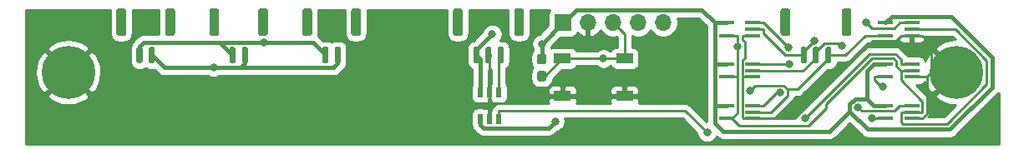
<source format=gbr>
%TF.GenerationSoftware,KiCad,Pcbnew,(5.1.6)-1*%
%TF.CreationDate,2020-11-09T21:23:30-05:00*%
%TF.ProjectId,CellLight,43656c6c-4c69-4676-9874-2e6b69636164,rev?*%
%TF.SameCoordinates,Original*%
%TF.FileFunction,Copper,L2,Bot*%
%TF.FilePolarity,Positive*%
%FSLAX46Y46*%
G04 Gerber Fmt 4.6, Leading zero omitted, Abs format (unit mm)*
G04 Created by KiCad (PCBNEW (5.1.6)-1) date 2020-11-09 21:23:30*
%MOMM*%
%LPD*%
G01*
G04 APERTURE LIST*
%TA.AperFunction,SMDPad,CuDef*%
%ADD10R,1.700000X1.000000*%
%TD*%
%TA.AperFunction,ComponentPad*%
%ADD11C,5.400000*%
%TD*%
%TA.AperFunction,ComponentPad*%
%ADD12O,1.700000X1.700000*%
%TD*%
%TA.AperFunction,ComponentPad*%
%ADD13R,1.700000X1.700000*%
%TD*%
%TA.AperFunction,SMDPad,CuDef*%
%ADD14R,0.550000X1.000000*%
%TD*%
%TA.AperFunction,SMDPad,CuDef*%
%ADD15R,1.500000X0.400000*%
%TD*%
%TA.AperFunction,ViaPad*%
%ADD16C,0.800000*%
%TD*%
%TA.AperFunction,Conductor*%
%ADD17C,0.250000*%
%TD*%
%TA.AperFunction,Conductor*%
%ADD18C,0.450000*%
%TD*%
%TA.AperFunction,Conductor*%
%ADD19C,0.254000*%
%TD*%
G04 APERTURE END LIST*
%TO.P,J6,1*%
%TO.N,LED_OUT*%
%TA.AperFunction,SMDPad,CuDef*%
G36*
G01*
X156850000Y-131250000D02*
X156850000Y-132650000D01*
G75*
G02*
X156700000Y-132800000I-150000J0D01*
G01*
X156400000Y-132800000D01*
G75*
G02*
X156250000Y-132650000I0J150000D01*
G01*
X156250000Y-131250000D01*
G75*
G02*
X156400000Y-131100000I150000J0D01*
G01*
X156700000Y-131100000D01*
G75*
G02*
X156850000Y-131250000I0J-150000D01*
G01*
G37*
%TD.AperFunction*%
%TO.P,J6,2*%
%TO.N,GND*%
%TA.AperFunction,SMDPad,CuDef*%
G36*
G01*
X155600000Y-131250000D02*
X155600000Y-132650000D01*
G75*
G02*
X155450000Y-132800000I-150000J0D01*
G01*
X155150000Y-132800000D01*
G75*
G02*
X155000000Y-132650000I0J150000D01*
G01*
X155000000Y-131250000D01*
G75*
G02*
X155150000Y-131100000I150000J0D01*
G01*
X155450000Y-131100000D01*
G75*
G02*
X155600000Y-131250000I0J-150000D01*
G01*
G37*
%TD.AperFunction*%
%TO.P,J6,3*%
%TO.N,5V*%
%TA.AperFunction,SMDPad,CuDef*%
G36*
G01*
X154350000Y-131250000D02*
X154350000Y-132650000D01*
G75*
G02*
X154200000Y-132800000I-150000J0D01*
G01*
X153900000Y-132800000D01*
G75*
G02*
X153750000Y-132650000I0J150000D01*
G01*
X153750000Y-131250000D01*
G75*
G02*
X153900000Y-131100000I150000J0D01*
G01*
X154200000Y-131100000D01*
G75*
G02*
X154350000Y-131250000I0J-150000D01*
G01*
G37*
%TD.AperFunction*%
%TO.P,J6,MP*%
%TO.N,N/C*%
%TA.AperFunction,SMDPad,CuDef*%
G36*
G01*
X158900000Y-127450000D02*
X158900000Y-129750000D01*
G75*
G02*
X158650000Y-130000000I-250000J0D01*
G01*
X158150000Y-130000000D01*
G75*
G02*
X157900000Y-129750000I0J250000D01*
G01*
X157900000Y-127450000D01*
G75*
G02*
X158150000Y-127200000I250000J0D01*
G01*
X158650000Y-127200000D01*
G75*
G02*
X158900000Y-127450000I0J-250000D01*
G01*
G37*
%TD.AperFunction*%
%TA.AperFunction,SMDPad,CuDef*%
G36*
G01*
X152700000Y-127450000D02*
X152700000Y-129750000D01*
G75*
G02*
X152450000Y-130000000I-250000J0D01*
G01*
X151950000Y-130000000D01*
G75*
G02*
X151700000Y-129750000I0J250000D01*
G01*
X151700000Y-127450000D01*
G75*
G02*
X151950000Y-127200000I250000J0D01*
G01*
X152450000Y-127200000D01*
G75*
G02*
X152700000Y-127450000I0J-250000D01*
G01*
G37*
%TD.AperFunction*%
%TD*%
D10*
%TO.P,SW1,2*%
%TO.N,NRST*%
X169100000Y-132300000D03*
X162800000Y-132300000D03*
%TO.P,SW1,1*%
%TO.N,GND*%
X169100000Y-136100000D03*
X162800000Y-136100000D03*
%TD*%
D11*
%TO.P,H2,1*%
%TO.N,GND*%
X202700000Y-133700000D03*
%TD*%
%TO.P,H1,1*%
%TO.N,GND*%
X112700000Y-133700000D03*
%TD*%
D12*
%TO.P,J1,5*%
%TO.N,SWCLK*%
X173010000Y-128650000D03*
%TO.P,J1,4*%
%TO.N,SWDIO*%
X170470000Y-128650000D03*
%TO.P,J1,3*%
%TO.N,NRST*%
X167930000Y-128650000D03*
%TO.P,J1,2*%
%TO.N,GND*%
X165390000Y-128650000D03*
D13*
%TO.P,J1,1*%
%TO.N,3.3V*%
X162850000Y-128650000D03*
%TD*%
D14*
%TO.P,U1,6*%
%TO.N,3.3V*%
X154450000Y-138450000D03*
%TO.P,U1,5*%
%TO.N,GND*%
X155400000Y-138450000D03*
%TO.P,U1,4*%
%TO.N,Net-(U1-Pad4)*%
X156350000Y-138450000D03*
%TO.P,U1,1*%
%TO.N,5V*%
X154450000Y-135750000D03*
%TO.P,U1,2*%
%TO.N,GND*%
X155400000Y-135750000D03*
%TO.P,U1,3*%
%TO.N,LED_OUT*%
X156350000Y-135750000D03*
%TD*%
%TO.P,J5,1*%
%TO.N,CH1_DATA*%
%TA.AperFunction,SMDPad,CuDef*%
G36*
G01*
X190050000Y-131250000D02*
X190050000Y-132650000D01*
G75*
G02*
X189900000Y-132800000I-150000J0D01*
G01*
X189600000Y-132800000D01*
G75*
G02*
X189450000Y-132650000I0J150000D01*
G01*
X189450000Y-131250000D01*
G75*
G02*
X189600000Y-131100000I150000J0D01*
G01*
X189900000Y-131100000D01*
G75*
G02*
X190050000Y-131250000I0J-150000D01*
G01*
G37*
%TD.AperFunction*%
%TO.P,J5,2*%
%TO.N,CH2_DATA*%
%TA.AperFunction,SMDPad,CuDef*%
G36*
G01*
X188800000Y-131250000D02*
X188800000Y-132650000D01*
G75*
G02*
X188650000Y-132800000I-150000J0D01*
G01*
X188350000Y-132800000D01*
G75*
G02*
X188200000Y-132650000I0J150000D01*
G01*
X188200000Y-131250000D01*
G75*
G02*
X188350000Y-131100000I150000J0D01*
G01*
X188650000Y-131100000D01*
G75*
G02*
X188800000Y-131250000I0J-150000D01*
G01*
G37*
%TD.AperFunction*%
%TO.P,J5,3*%
%TO.N,CH3_DATA*%
%TA.AperFunction,SMDPad,CuDef*%
G36*
G01*
X187550000Y-131250000D02*
X187550000Y-132650000D01*
G75*
G02*
X187400000Y-132800000I-150000J0D01*
G01*
X187100000Y-132800000D01*
G75*
G02*
X186950000Y-132650000I0J150000D01*
G01*
X186950000Y-131250000D01*
G75*
G02*
X187100000Y-131100000I150000J0D01*
G01*
X187400000Y-131100000D01*
G75*
G02*
X187550000Y-131250000I0J-150000D01*
G01*
G37*
%TD.AperFunction*%
%TO.P,J5,MP*%
%TO.N,N/C*%
%TA.AperFunction,SMDPad,CuDef*%
G36*
G01*
X192100000Y-127450000D02*
X192100000Y-129750000D01*
G75*
G02*
X191850000Y-130000000I-250000J0D01*
G01*
X191350000Y-130000000D01*
G75*
G02*
X191100000Y-129750000I0J250000D01*
G01*
X191100000Y-127450000D01*
G75*
G02*
X191350000Y-127200000I250000J0D01*
G01*
X191850000Y-127200000D01*
G75*
G02*
X192100000Y-127450000I0J-250000D01*
G01*
G37*
%TD.AperFunction*%
%TA.AperFunction,SMDPad,CuDef*%
G36*
G01*
X185900000Y-127450000D02*
X185900000Y-129750000D01*
G75*
G02*
X185650000Y-130000000I-250000J0D01*
G01*
X185150000Y-130000000D01*
G75*
G02*
X184900000Y-129750000I0J250000D01*
G01*
X184900000Y-127450000D01*
G75*
G02*
X185150000Y-127200000I250000J0D01*
G01*
X185650000Y-127200000D01*
G75*
G02*
X185900000Y-127450000I0J-250000D01*
G01*
G37*
%TD.AperFunction*%
%TD*%
%TO.P,J4,1*%
%TO.N,PRI_HI*%
%TA.AperFunction,SMDPad,CuDef*%
G36*
G01*
X121475000Y-131250000D02*
X121475000Y-132650000D01*
G75*
G02*
X121325000Y-132800000I-150000J0D01*
G01*
X121025000Y-132800000D01*
G75*
G02*
X120875000Y-132650000I0J150000D01*
G01*
X120875000Y-131250000D01*
G75*
G02*
X121025000Y-131100000I150000J0D01*
G01*
X121325000Y-131100000D01*
G75*
G02*
X121475000Y-131250000I0J-150000D01*
G01*
G37*
%TD.AperFunction*%
%TO.P,J4,2*%
%TO.N,PRI_LO*%
%TA.AperFunction,SMDPad,CuDef*%
G36*
G01*
X120225000Y-131250000D02*
X120225000Y-132650000D01*
G75*
G02*
X120075000Y-132800000I-150000J0D01*
G01*
X119775000Y-132800000D01*
G75*
G02*
X119625000Y-132650000I0J150000D01*
G01*
X119625000Y-131250000D01*
G75*
G02*
X119775000Y-131100000I150000J0D01*
G01*
X120075000Y-131100000D01*
G75*
G02*
X120225000Y-131250000I0J-150000D01*
G01*
G37*
%TD.AperFunction*%
%TO.P,J4,MP*%
%TO.N,N/C*%
%TA.AperFunction,SMDPad,CuDef*%
G36*
G01*
X123525000Y-127450000D02*
X123525000Y-129750000D01*
G75*
G02*
X123275000Y-130000000I-250000J0D01*
G01*
X122775000Y-130000000D01*
G75*
G02*
X122525000Y-129750000I0J250000D01*
G01*
X122525000Y-127450000D01*
G75*
G02*
X122775000Y-127200000I250000J0D01*
G01*
X123275000Y-127200000D01*
G75*
G02*
X123525000Y-127450000I0J-250000D01*
G01*
G37*
%TD.AperFunction*%
%TA.AperFunction,SMDPad,CuDef*%
G36*
G01*
X118575000Y-127450000D02*
X118575000Y-129750000D01*
G75*
G02*
X118325000Y-130000000I-250000J0D01*
G01*
X117825000Y-130000000D01*
G75*
G02*
X117575000Y-129750000I0J250000D01*
G01*
X117575000Y-127450000D01*
G75*
G02*
X117825000Y-127200000I250000J0D01*
G01*
X118325000Y-127200000D01*
G75*
G02*
X118575000Y-127450000I0J-250000D01*
G01*
G37*
%TD.AperFunction*%
%TD*%
%TO.P,J3,1*%
%TO.N,PRI_HI*%
%TA.AperFunction,SMDPad,CuDef*%
G36*
G01*
X130900000Y-131250000D02*
X130900000Y-132650000D01*
G75*
G02*
X130750000Y-132800000I-150000J0D01*
G01*
X130450000Y-132800000D01*
G75*
G02*
X130300000Y-132650000I0J150000D01*
G01*
X130300000Y-131250000D01*
G75*
G02*
X130450000Y-131100000I150000J0D01*
G01*
X130750000Y-131100000D01*
G75*
G02*
X130900000Y-131250000I0J-150000D01*
G01*
G37*
%TD.AperFunction*%
%TO.P,J3,2*%
%TO.N,PRI_LO*%
%TA.AperFunction,SMDPad,CuDef*%
G36*
G01*
X129650000Y-131250000D02*
X129650000Y-132650000D01*
G75*
G02*
X129500000Y-132800000I-150000J0D01*
G01*
X129200000Y-132800000D01*
G75*
G02*
X129050000Y-132650000I0J150000D01*
G01*
X129050000Y-131250000D01*
G75*
G02*
X129200000Y-131100000I150000J0D01*
G01*
X129500000Y-131100000D01*
G75*
G02*
X129650000Y-131250000I0J-150000D01*
G01*
G37*
%TD.AperFunction*%
%TO.P,J3,MP*%
%TO.N,N/C*%
%TA.AperFunction,SMDPad,CuDef*%
G36*
G01*
X132950000Y-127450000D02*
X132950000Y-129750000D01*
G75*
G02*
X132700000Y-130000000I-250000J0D01*
G01*
X132200000Y-130000000D01*
G75*
G02*
X131950000Y-129750000I0J250000D01*
G01*
X131950000Y-127450000D01*
G75*
G02*
X132200000Y-127200000I250000J0D01*
G01*
X132700000Y-127200000D01*
G75*
G02*
X132950000Y-127450000I0J-250000D01*
G01*
G37*
%TD.AperFunction*%
%TA.AperFunction,SMDPad,CuDef*%
G36*
G01*
X128000000Y-127450000D02*
X128000000Y-129750000D01*
G75*
G02*
X127750000Y-130000000I-250000J0D01*
G01*
X127250000Y-130000000D01*
G75*
G02*
X127000000Y-129750000I0J250000D01*
G01*
X127000000Y-127450000D01*
G75*
G02*
X127250000Y-127200000I250000J0D01*
G01*
X127750000Y-127200000D01*
G75*
G02*
X128000000Y-127450000I0J-250000D01*
G01*
G37*
%TD.AperFunction*%
%TD*%
%TO.P,J2,1*%
%TO.N,PRI_HI*%
%TA.AperFunction,SMDPad,CuDef*%
G36*
G01*
X140325000Y-131250000D02*
X140325000Y-132650000D01*
G75*
G02*
X140175000Y-132800000I-150000J0D01*
G01*
X139875000Y-132800000D01*
G75*
G02*
X139725000Y-132650000I0J150000D01*
G01*
X139725000Y-131250000D01*
G75*
G02*
X139875000Y-131100000I150000J0D01*
G01*
X140175000Y-131100000D01*
G75*
G02*
X140325000Y-131250000I0J-150000D01*
G01*
G37*
%TD.AperFunction*%
%TO.P,J2,2*%
%TO.N,PRI_LO*%
%TA.AperFunction,SMDPad,CuDef*%
G36*
G01*
X139075000Y-131250000D02*
X139075000Y-132650000D01*
G75*
G02*
X138925000Y-132800000I-150000J0D01*
G01*
X138625000Y-132800000D01*
G75*
G02*
X138475000Y-132650000I0J150000D01*
G01*
X138475000Y-131250000D01*
G75*
G02*
X138625000Y-131100000I150000J0D01*
G01*
X138925000Y-131100000D01*
G75*
G02*
X139075000Y-131250000I0J-150000D01*
G01*
G37*
%TD.AperFunction*%
%TO.P,J2,MP*%
%TO.N,N/C*%
%TA.AperFunction,SMDPad,CuDef*%
G36*
G01*
X142375000Y-127450000D02*
X142375000Y-129750000D01*
G75*
G02*
X142125000Y-130000000I-250000J0D01*
G01*
X141625000Y-130000000D01*
G75*
G02*
X141375000Y-129750000I0J250000D01*
G01*
X141375000Y-127450000D01*
G75*
G02*
X141625000Y-127200000I250000J0D01*
G01*
X142125000Y-127200000D01*
G75*
G02*
X142375000Y-127450000I0J-250000D01*
G01*
G37*
%TD.AperFunction*%
%TA.AperFunction,SMDPad,CuDef*%
G36*
G01*
X137425000Y-127450000D02*
X137425000Y-129750000D01*
G75*
G02*
X137175000Y-130000000I-250000J0D01*
G01*
X136675000Y-130000000D01*
G75*
G02*
X136425000Y-129750000I0J250000D01*
G01*
X136425000Y-127450000D01*
G75*
G02*
X136675000Y-127200000I250000J0D01*
G01*
X137175000Y-127200000D01*
G75*
G02*
X137425000Y-127450000I0J-250000D01*
G01*
G37*
%TD.AperFunction*%
%TD*%
D15*
%TO.P,U8,5*%
%TO.N,3.3V*%
X179440000Y-128650000D03*
%TO.P,U8,4*%
%TO.N,COM_DATA*%
X179440000Y-129950000D03*
%TO.P,U8,3*%
%TO.N,GND*%
X182100000Y-129950000D03*
%TO.P,U8,2*%
%TO.N,CH3_DATA*%
X182100000Y-129300000D03*
%TO.P,U8,1*%
%TO.N,CH3_RX_EN*%
X182100000Y-128650000D03*
%TD*%
%TO.P,U7,5*%
%TO.N,3.3V*%
X195540000Y-132875000D03*
%TO.P,U7,4*%
%TO.N,CH3_DATA*%
X195540000Y-134175000D03*
%TO.P,U7,3*%
%TO.N,GND*%
X198200000Y-134175000D03*
%TO.P,U7,2*%
%TO.N,COM_DATA*%
X198200000Y-133525000D03*
%TO.P,U7,1*%
%TO.N,CH3_TX_EN*%
X198200000Y-132875000D03*
%TD*%
%TO.P,U6,5*%
%TO.N,3.3V*%
X179440000Y-132875000D03*
%TO.P,U6,4*%
%TO.N,COM_DATA*%
X179440000Y-134175000D03*
%TO.P,U6,3*%
%TO.N,GND*%
X182100000Y-134175000D03*
%TO.P,U6,2*%
%TO.N,CH2_DATA*%
X182100000Y-133525000D03*
%TO.P,U6,1*%
%TO.N,CH2_RX_EN*%
X182100000Y-132875000D03*
%TD*%
%TO.P,U5,5*%
%TO.N,3.3V*%
X195540000Y-137100000D03*
%TO.P,U5,4*%
%TO.N,CH2_DATA*%
X195540000Y-138400000D03*
%TO.P,U5,3*%
%TO.N,GND*%
X198200000Y-138400000D03*
%TO.P,U5,2*%
%TO.N,COM_DATA*%
X198200000Y-137750000D03*
%TO.P,U5,1*%
%TO.N,CH2_TX_EN*%
X198200000Y-137100000D03*
%TD*%
%TO.P,U4,5*%
%TO.N,3.3V*%
X179440000Y-137100000D03*
%TO.P,U4,4*%
%TO.N,COM_DATA*%
X179440000Y-138400000D03*
%TO.P,U4,3*%
%TO.N,GND*%
X182100000Y-138400000D03*
%TO.P,U4,2*%
%TO.N,CH1_DATA*%
X182100000Y-137750000D03*
%TO.P,U4,1*%
%TO.N,CH1_RX_EN*%
X182100000Y-137100000D03*
%TD*%
%TO.P,U3,5*%
%TO.N,3.3V*%
X195540000Y-128650000D03*
%TO.P,U3,4*%
%TO.N,CH1_DATA*%
X195540000Y-129950000D03*
%TO.P,U3,3*%
%TO.N,GND*%
X198200000Y-129950000D03*
%TO.P,U3,2*%
%TO.N,COM_DATA*%
X198200000Y-129300000D03*
%TO.P,U3,1*%
%TO.N,CH1_TX_EN*%
X198200000Y-128650000D03*
%TD*%
%TO.P,R3,1*%
%TO.N,3.3V*%
%TA.AperFunction,SMDPad,CuDef*%
G36*
G01*
X160462500Y-131825000D02*
X160937500Y-131825000D01*
G75*
G02*
X161175000Y-132062500I0J-237500D01*
G01*
X161175000Y-132637500D01*
G75*
G02*
X160937500Y-132875000I-237500J0D01*
G01*
X160462500Y-132875000D01*
G75*
G02*
X160225000Y-132637500I0J237500D01*
G01*
X160225000Y-132062500D01*
G75*
G02*
X160462500Y-131825000I237500J0D01*
G01*
G37*
%TD.AperFunction*%
%TO.P,R3,2*%
%TO.N,NRST*%
%TA.AperFunction,SMDPad,CuDef*%
G36*
G01*
X160462500Y-133575000D02*
X160937500Y-133575000D01*
G75*
G02*
X161175000Y-133812500I0J-237500D01*
G01*
X161175000Y-134387500D01*
G75*
G02*
X160937500Y-134625000I-237500J0D01*
G01*
X160462500Y-134625000D01*
G75*
G02*
X160225000Y-134387500I0J237500D01*
G01*
X160225000Y-133812500D01*
G75*
G02*
X160462500Y-133575000I237500J0D01*
G01*
G37*
%TD.AperFunction*%
%TD*%
D16*
%TO.N,GND*%
X165850000Y-136100000D03*
X170800000Y-136100000D03*
X168050000Y-140450000D03*
%TO.N,PRI_LO*%
X132575000Y-130675000D03*
%TO.N,PRI_HI*%
X127425000Y-133225000D03*
%TO.N,3.3V*%
X160700000Y-130800000D03*
X162050000Y-138700000D03*
%TO.N,COM_DATA*%
X180559600Y-131096100D03*
%TO.N,CH1_TX_EN*%
X193587900Y-128634300D03*
%TO.N,CH1_RX_EN*%
X184862300Y-135775000D03*
%TO.N,CH2_TX_EN*%
X192767000Y-137271500D03*
%TO.N,CH2_RX_EN*%
X185775200Y-132851600D03*
%TO.N,CH3_TX_EN*%
X187383400Y-138375000D03*
%TO.N,CH3_RX_EN*%
X185678900Y-131214100D03*
%TO.N,CH3_DATA*%
X188355300Y-130497700D03*
X195251600Y-135150400D03*
%TO.N,CH2_DATA*%
X191097500Y-130991800D03*
X194155500Y-138389000D03*
%TO.N,CH1_DATA*%
X181788400Y-135602300D03*
%TO.N,NRST*%
X166950000Y-132300000D03*
%TO.N,5V*%
X155681400Y-129797900D03*
%TO.N,Net-(U1-Pad4)*%
X177455900Y-139832400D03*
%TD*%
D17*
%TO.N,GND*%
X197124700Y-129950000D02*
X196599400Y-130475300D01*
X196599400Y-130475300D02*
X194220400Y-130475300D01*
X194220400Y-130475300D02*
X186295700Y-138400000D01*
X186295700Y-138400000D02*
X182100000Y-138400000D01*
X198200000Y-129950000D02*
X199275300Y-129950000D01*
X199275300Y-129950000D02*
X200200600Y-130875300D01*
X200200600Y-130875300D02*
X200200600Y-133700000D01*
X197775000Y-129950000D02*
X198200000Y-129950000D01*
X200200600Y-133700000D02*
X199725600Y-134175000D01*
X202700000Y-133700000D02*
X200200600Y-133700000D01*
X199725600Y-134175000D02*
X198200000Y-134175000D01*
X199275300Y-138400000D02*
X199725600Y-137949700D01*
X199725600Y-137949700D02*
X199725600Y-134175000D01*
X181024700Y-134175000D02*
X181024700Y-132490600D01*
X181024700Y-132490600D02*
X181336300Y-132179000D01*
X181336300Y-132179000D02*
X181336300Y-130651600D01*
X181336300Y-130651600D02*
X181024700Y-130340000D01*
X181024700Y-130340000D02*
X181024700Y-129950000D01*
X181137300Y-138400000D02*
X181024700Y-138287400D01*
X181024700Y-138287400D02*
X181024700Y-134175000D01*
X181024700Y-134175000D02*
X181137300Y-134175000D01*
X182100000Y-129950000D02*
X181024700Y-129950000D01*
X197775000Y-129950000D02*
X197124700Y-129950000D01*
X161624700Y-136100000D02*
X160849900Y-136874800D01*
X160849900Y-136874800D02*
X155400000Y-136874800D01*
X198200000Y-138400000D02*
X199275300Y-138400000D01*
X182100000Y-134175000D02*
X181137300Y-134175000D01*
X182100000Y-138400000D02*
X181137300Y-138400000D01*
X162800000Y-136100000D02*
X161624700Y-136100000D01*
X155400000Y-136874800D02*
X155400000Y-138450000D01*
X155400000Y-135750000D02*
X155400000Y-136874800D01*
X162800000Y-136100000D02*
X165850000Y-136100000D01*
X155400000Y-135750000D02*
X155400000Y-132050000D01*
X155400000Y-132050000D02*
X155300000Y-131950000D01*
X165850000Y-136100000D02*
X169100000Y-136100000D01*
X169100000Y-136100000D02*
X170800000Y-136100000D01*
D18*
%TO.N,PRI_LO*%
X128075000Y-130675000D02*
X132575000Y-130675000D01*
X120350000Y-130675000D02*
X128075000Y-130675000D01*
X132575000Y-130675000D02*
X137500000Y-130675000D01*
X137500000Y-130675000D02*
X138775000Y-131950000D01*
X119925000Y-131950000D02*
X119925000Y-131100000D01*
X119925000Y-131100000D02*
X120350000Y-130675000D01*
X120350000Y-130675000D02*
X128075000Y-130675000D01*
X128075000Y-130675000D02*
X129350000Y-131950000D01*
%TO.N,PRI_HI*%
X127425000Y-133225000D02*
X130175000Y-133225000D01*
X122450000Y-133225000D02*
X127425000Y-133225000D01*
X127425000Y-133225000D02*
X130175000Y-133225000D01*
X121175000Y-131950000D02*
X122450000Y-133225000D01*
X122450000Y-133225000D02*
X127425000Y-133225000D01*
X130175000Y-133225000D02*
X130600000Y-132800000D01*
X130600000Y-132800000D02*
X130600000Y-131950000D01*
X140025000Y-132800000D02*
X140025000Y-131950000D01*
X139600000Y-133225000D02*
X140025000Y-132800000D01*
X130175000Y-133225000D02*
X139600000Y-133225000D01*
%TO.N,3.3V*%
X191913300Y-137661500D02*
X191913300Y-136934300D01*
X191913300Y-136934300D02*
X192452500Y-136395100D01*
X192452500Y-136395100D02*
X193659800Y-136395100D01*
X195540000Y-128650000D02*
X196168300Y-128021700D01*
X196168300Y-128021700D02*
X202192500Y-128021700D01*
X202192500Y-128021700D02*
X206395200Y-132224400D01*
X206395200Y-132224400D02*
X206395200Y-135211000D01*
X206395200Y-135211000D02*
X202092500Y-139513700D01*
X202092500Y-139513700D02*
X193765500Y-139513700D01*
X193765500Y-139513700D02*
X191913300Y-137661500D01*
X191913300Y-137661500D02*
X189871200Y-139703600D01*
X189871200Y-139703600D02*
X179129000Y-139703600D01*
X179129000Y-139703600D02*
X178264700Y-138839300D01*
X178264700Y-138839300D02*
X178264700Y-137100000D01*
X179440000Y-137100000D02*
X178264700Y-137100000D01*
X178264700Y-132875000D02*
X178264700Y-137100000D01*
X178264700Y-128650000D02*
X178264700Y-132875000D01*
X195540000Y-132875000D02*
X194364700Y-132875000D01*
X193659800Y-136395100D02*
X194364700Y-137100000D01*
X193659800Y-136395100D02*
X193659800Y-133579900D01*
X193659800Y-133579900D02*
X194364700Y-132875000D01*
X195540000Y-137100000D02*
X194364700Y-137100000D01*
X162850000Y-128650000D02*
X164175300Y-127324700D01*
X164175300Y-127324700D02*
X176939400Y-127324700D01*
X176939400Y-127324700D02*
X178264700Y-128650000D01*
X179440000Y-132875000D02*
X178264700Y-132875000D01*
X160700000Y-130800000D02*
X162850000Y-128650000D01*
X179440000Y-128650000D02*
X178264700Y-128650000D01*
X160700000Y-132350000D02*
X160700000Y-130800000D01*
X162050000Y-138700000D02*
X161375000Y-139375000D01*
X161375000Y-139375000D02*
X154785000Y-139375000D01*
X154785000Y-139375000D02*
X154450000Y-139040000D01*
X154450000Y-139040000D02*
X154450000Y-138450000D01*
D17*
%TO.N,COM_DATA*%
X179977700Y-138400000D02*
X180515300Y-137862400D01*
X180515300Y-137862400D02*
X180515300Y-134175000D01*
X179977700Y-138400000D02*
X180727300Y-139149600D01*
X180727300Y-139149600D02*
X187706800Y-139149600D01*
X187706800Y-139149600D02*
X189505800Y-137350600D01*
X189505800Y-137350600D02*
X189505800Y-136929200D01*
X189505800Y-136929200D02*
X194159500Y-132275500D01*
X194159500Y-132275500D02*
X196361400Y-132275500D01*
X196361400Y-132275500D02*
X196674400Y-132588500D01*
X196674400Y-132588500D02*
X196674400Y-133096300D01*
X196674400Y-133096300D02*
X197124700Y-133546600D01*
X180537500Y-131096100D02*
X180537500Y-134152800D01*
X180537500Y-134152800D02*
X180515300Y-134175000D01*
X180515300Y-129950000D02*
X180515300Y-131073900D01*
X180515300Y-131073900D02*
X180537500Y-131096100D01*
X180537500Y-131096100D02*
X180559600Y-131096100D01*
X179440000Y-134175000D02*
X180515300Y-134175000D01*
X197124700Y-133546600D02*
X197124700Y-134509800D01*
X197124700Y-134509800D02*
X199275300Y-136660400D01*
X199275300Y-136660400D02*
X199275300Y-137750000D01*
X197237300Y-133525000D02*
X197146300Y-133525000D01*
X197146300Y-133525000D02*
X197124700Y-133546600D01*
X179440000Y-138400000D02*
X179977700Y-138400000D01*
X179440000Y-129950000D02*
X180515300Y-129950000D01*
X198200000Y-137750000D02*
X197124700Y-137750000D01*
X198200000Y-129300000D02*
X202626600Y-129300000D01*
X202626600Y-129300000D02*
X205814700Y-132488100D01*
X205814700Y-132488100D02*
X205814700Y-134937800D01*
X205814700Y-134937800D02*
X201789300Y-138963200D01*
X201789300Y-138963200D02*
X197293500Y-138963200D01*
X197293500Y-138963200D02*
X197124700Y-138794400D01*
X197124700Y-138794400D02*
X197124700Y-137750000D01*
X198200000Y-137750000D02*
X199275300Y-137750000D01*
X198200000Y-133525000D02*
X197237300Y-133525000D01*
%TO.N,CH1_TX_EN*%
X193587900Y-128634300D02*
X194156500Y-129202900D01*
X194156500Y-129202900D02*
X196435400Y-129202900D01*
X196435400Y-129202900D02*
X196988300Y-128650000D01*
X196988300Y-128650000D02*
X198200000Y-128650000D01*
%TO.N,CH1_RX_EN*%
X182100000Y-137100000D02*
X183175300Y-137100000D01*
X183175300Y-137100000D02*
X184500300Y-135775000D01*
X184500300Y-135775000D02*
X184862300Y-135775000D01*
%TO.N,LED_OUT*%
X156350000Y-135750000D02*
X156350000Y-132150000D01*
X156350000Y-132150000D02*
X156550000Y-131950000D01*
%TO.N,CH2_TX_EN*%
X192767000Y-137271500D02*
X193145900Y-137650400D01*
X193145900Y-137650400D02*
X196437900Y-137650400D01*
X196437900Y-137650400D02*
X196988300Y-137100000D01*
X196988300Y-137100000D02*
X198200000Y-137100000D01*
%TO.N,CH2_RX_EN*%
X182100000Y-132875000D02*
X185751800Y-132875000D01*
X185751800Y-132875000D02*
X185775200Y-132851600D01*
%TO.N,CH3_TX_EN*%
X197124700Y-132875000D02*
X197124700Y-132397300D01*
X197124700Y-132397300D02*
X196552600Y-131825200D01*
X196552600Y-131825200D02*
X193933200Y-131825200D01*
X193933200Y-131825200D02*
X187383400Y-138375000D01*
X198200000Y-132875000D02*
X197124700Y-132875000D01*
%TO.N,CH3_RX_EN*%
X183175300Y-128650000D02*
X185678900Y-131153600D01*
X185678900Y-131153600D02*
X185678900Y-131214100D01*
X182100000Y-128650000D02*
X183175300Y-128650000D01*
%TO.N,CH3_DATA*%
X195540000Y-134175000D02*
X194464700Y-134175000D01*
X187250000Y-131950000D02*
X187250000Y-131603000D01*
X187250000Y-131603000D02*
X188355300Y-130497700D01*
X183175300Y-129300000D02*
X183175300Y-129736200D01*
X183175300Y-129736200D02*
X185389100Y-131950000D01*
X185389100Y-131950000D02*
X187250000Y-131950000D01*
X182100000Y-129300000D02*
X183175300Y-129300000D01*
X195251600Y-135150400D02*
X195096500Y-135150400D01*
X195096500Y-135150400D02*
X194464700Y-134518600D01*
X194464700Y-134518600D02*
X194464700Y-134175000D01*
%TO.N,CH2_DATA*%
X191097500Y-130991800D02*
X190871800Y-130766100D01*
X190871800Y-130766100D02*
X189346900Y-130766100D01*
X189346900Y-130766100D02*
X188500000Y-131613000D01*
X188500000Y-131613000D02*
X188500000Y-131950000D01*
X182100000Y-133525000D02*
X183175300Y-133525000D01*
X188500000Y-131950000D02*
X188500000Y-132240900D01*
X188500000Y-132240900D02*
X187153600Y-133587300D01*
X187153600Y-133587300D02*
X183237600Y-133587300D01*
X183237600Y-133587300D02*
X183175300Y-133525000D01*
X195540000Y-138400000D02*
X194464700Y-138400000D01*
X194464700Y-138400000D02*
X194453700Y-138389000D01*
X194453700Y-138389000D02*
X194155500Y-138389000D01*
%TO.N,CH1_DATA*%
X185615500Y-135427000D02*
X185223800Y-135035300D01*
X185223800Y-135035300D02*
X182355400Y-135035300D01*
X182355400Y-135035300D02*
X181788400Y-135602300D01*
X183175300Y-137750000D02*
X183914700Y-137750000D01*
X183914700Y-137750000D02*
X185615500Y-136049200D01*
X185615500Y-136049200D02*
X185615500Y-135427000D01*
X185615500Y-135427000D02*
X186611000Y-135427000D01*
X186611000Y-135427000D02*
X189750000Y-132288000D01*
X189750000Y-132288000D02*
X189750000Y-131950000D01*
X194464700Y-129950000D02*
X193471800Y-129950000D01*
X193471800Y-129950000D02*
X191471800Y-131950000D01*
X191471800Y-131950000D02*
X189750000Y-131950000D01*
X195540000Y-129950000D02*
X194464700Y-129950000D01*
X182100000Y-137750000D02*
X183175300Y-137750000D01*
%TO.N,NRST*%
X169100000Y-132300000D02*
X169100000Y-129820000D01*
X169100000Y-129820000D02*
X167930000Y-128650000D01*
X166950000Y-132300000D02*
X169100000Y-132300000D01*
X162800000Y-132300000D02*
X166950000Y-132300000D01*
X160700000Y-134100000D02*
X161000000Y-134100000D01*
X161000000Y-134100000D02*
X162800000Y-132300000D01*
D18*
%TO.N,5V*%
X154050000Y-131950000D02*
X154050000Y-131429300D01*
X154050000Y-131429300D02*
X155681400Y-129797900D01*
X154450000Y-135750000D02*
X154450000Y-132350000D01*
X154450000Y-132350000D02*
X154050000Y-131950000D01*
D17*
%TO.N,Net-(U1-Pad4)*%
X156350000Y-138450000D02*
X156350000Y-137624700D01*
X177455900Y-139832400D02*
X175248200Y-137624700D01*
X175248200Y-137624700D02*
X156350000Y-137624700D01*
%TD*%
D19*
%TO.N,GND*%
G36*
X116936928Y-127450000D02*
G01*
X116936928Y-129750000D01*
X116953992Y-129923254D01*
X117004528Y-130089850D01*
X117086595Y-130243386D01*
X117197038Y-130377962D01*
X117331614Y-130488405D01*
X117485150Y-130570472D01*
X117651746Y-130621008D01*
X117825000Y-130638072D01*
X118325000Y-130638072D01*
X118498254Y-130621008D01*
X118664850Y-130570472D01*
X118818386Y-130488405D01*
X118952962Y-130377962D01*
X119063405Y-130243386D01*
X119145472Y-130089850D01*
X119196008Y-129923254D01*
X119213072Y-129750000D01*
X119213072Y-127450000D01*
X119206670Y-127385000D01*
X121893330Y-127385000D01*
X121886928Y-127450000D01*
X121886928Y-129750000D01*
X121893330Y-129815000D01*
X120392246Y-129815000D01*
X120350000Y-129810839D01*
X120181410Y-129827444D01*
X120147027Y-129837874D01*
X120019300Y-129876619D01*
X119869898Y-129956476D01*
X119738946Y-130063946D01*
X119712012Y-130096765D01*
X119346760Y-130462017D01*
X119313947Y-130488946D01*
X119287018Y-130521759D01*
X119287016Y-130521761D01*
X119206477Y-130619898D01*
X119126620Y-130769300D01*
X119105575Y-130838675D01*
X119046916Y-130948418D01*
X119002071Y-131096255D01*
X118986928Y-131250000D01*
X118986928Y-132650000D01*
X119002071Y-132803745D01*
X119046916Y-132951582D01*
X119119742Y-133087829D01*
X119217749Y-133207251D01*
X119337171Y-133305258D01*
X119473418Y-133378084D01*
X119621255Y-133422929D01*
X119775000Y-133438072D01*
X120075000Y-133438072D01*
X120228745Y-133422929D01*
X120376582Y-133378084D01*
X120512829Y-133305258D01*
X120550000Y-133274753D01*
X120587171Y-133305258D01*
X120723418Y-133378084D01*
X120871255Y-133422929D01*
X121025000Y-133438072D01*
X121325000Y-133438072D01*
X121435923Y-133427147D01*
X121812017Y-133803240D01*
X121838946Y-133836054D01*
X121969898Y-133943524D01*
X122119300Y-134023381D01*
X122205950Y-134049665D01*
X122281409Y-134072556D01*
X122312538Y-134075622D01*
X122407754Y-134085000D01*
X122407760Y-134085000D01*
X122449999Y-134089160D01*
X122492238Y-134085000D01*
X126849130Y-134085000D01*
X126934744Y-134142205D01*
X127123102Y-134220226D01*
X127323061Y-134260000D01*
X127526939Y-134260000D01*
X127726898Y-134220226D01*
X127915256Y-134142205D01*
X128000870Y-134085000D01*
X130132761Y-134085000D01*
X130175000Y-134089160D01*
X130217239Y-134085000D01*
X139557761Y-134085000D01*
X139600000Y-134089160D01*
X139642239Y-134085000D01*
X139642246Y-134085000D01*
X139768589Y-134072556D01*
X139930700Y-134023381D01*
X140080102Y-133943524D01*
X140211054Y-133836054D01*
X140237988Y-133803235D01*
X140603236Y-133437987D01*
X140636054Y-133411054D01*
X140743524Y-133280102D01*
X140823381Y-133130700D01*
X140844426Y-133061323D01*
X140903084Y-132951582D01*
X140947929Y-132803745D01*
X140963072Y-132650000D01*
X140963072Y-131250000D01*
X140947929Y-131096255D01*
X140903084Y-130948418D01*
X140830258Y-130812171D01*
X140732251Y-130692749D01*
X140612829Y-130594742D01*
X140476582Y-130521916D01*
X140328745Y-130477071D01*
X140175000Y-130461928D01*
X139875000Y-130461928D01*
X139721255Y-130477071D01*
X139573418Y-130521916D01*
X139437171Y-130594742D01*
X139400000Y-130625247D01*
X139362829Y-130594742D01*
X139226582Y-130521916D01*
X139078745Y-130477071D01*
X138925000Y-130461928D01*
X138625000Y-130461928D01*
X138514077Y-130472853D01*
X138137988Y-130096765D01*
X138111054Y-130063946D01*
X138024802Y-129993161D01*
X138046008Y-129923254D01*
X138063072Y-129750000D01*
X138063072Y-127450000D01*
X138056670Y-127385000D01*
X140743330Y-127385000D01*
X140736928Y-127450000D01*
X140736928Y-129750000D01*
X140753992Y-129923254D01*
X140804528Y-130089850D01*
X140886595Y-130243386D01*
X140997038Y-130377962D01*
X141131614Y-130488405D01*
X141285150Y-130570472D01*
X141451746Y-130621008D01*
X141625000Y-130638072D01*
X142125000Y-130638072D01*
X142298254Y-130621008D01*
X142464850Y-130570472D01*
X142618386Y-130488405D01*
X142752962Y-130377962D01*
X142863405Y-130243386D01*
X142945472Y-130089850D01*
X142996008Y-129923254D01*
X143013072Y-129750000D01*
X143013072Y-127450000D01*
X143006670Y-127385000D01*
X151068330Y-127385000D01*
X151061928Y-127450000D01*
X151061928Y-129750000D01*
X151078992Y-129923254D01*
X151129528Y-130089850D01*
X151211595Y-130243386D01*
X151322038Y-130377962D01*
X151456614Y-130488405D01*
X151610150Y-130570472D01*
X151776746Y-130621008D01*
X151950000Y-130638072D01*
X152450000Y-130638072D01*
X152623254Y-130621008D01*
X152789850Y-130570472D01*
X152943386Y-130488405D01*
X153077962Y-130377962D01*
X153188405Y-130243386D01*
X153270472Y-130089850D01*
X153321008Y-129923254D01*
X153338072Y-129750000D01*
X153338072Y-127450000D01*
X153331670Y-127385000D01*
X157268330Y-127385000D01*
X157261928Y-127450000D01*
X157261928Y-129750000D01*
X157278992Y-129923254D01*
X157329528Y-130089850D01*
X157411595Y-130243386D01*
X157522038Y-130377962D01*
X157656614Y-130488405D01*
X157810150Y-130570472D01*
X157976746Y-130621008D01*
X158150000Y-130638072D01*
X158650000Y-130638072D01*
X158823254Y-130621008D01*
X158989850Y-130570472D01*
X159143386Y-130488405D01*
X159277962Y-130377962D01*
X159388405Y-130243386D01*
X159470472Y-130089850D01*
X159521008Y-129923254D01*
X159538072Y-129750000D01*
X159538072Y-127450000D01*
X159531670Y-127385000D01*
X161519119Y-127385000D01*
X161469463Y-127445506D01*
X161410498Y-127555820D01*
X161374188Y-127675518D01*
X161361928Y-127800000D01*
X161361928Y-128921848D01*
X160499091Y-129784686D01*
X160398102Y-129804774D01*
X160209744Y-129882795D01*
X160040226Y-129996063D01*
X159896063Y-130140226D01*
X159782795Y-130309744D01*
X159704774Y-130498102D01*
X159665000Y-130698061D01*
X159665000Y-130901939D01*
X159704774Y-131101898D01*
X159782795Y-131290256D01*
X159840001Y-131375870D01*
X159840001Y-131447491D01*
X159734488Y-131576058D01*
X159653577Y-131727433D01*
X159603752Y-131891684D01*
X159586928Y-132062500D01*
X159586928Y-132637500D01*
X159603752Y-132808316D01*
X159653577Y-132972567D01*
X159734488Y-133123942D01*
X159817425Y-133225000D01*
X159734488Y-133326058D01*
X159653577Y-133477433D01*
X159603752Y-133641684D01*
X159586928Y-133812500D01*
X159586928Y-134387500D01*
X159603752Y-134558316D01*
X159653577Y-134722567D01*
X159734488Y-134873942D01*
X159843377Y-135006623D01*
X159976058Y-135115512D01*
X160127433Y-135196423D01*
X160291684Y-135246248D01*
X160462500Y-135263072D01*
X160937500Y-135263072D01*
X161108316Y-135246248D01*
X161272567Y-135196423D01*
X161423942Y-135115512D01*
X161556623Y-135006623D01*
X161665512Y-134873942D01*
X161746423Y-134722567D01*
X161796248Y-134558316D01*
X161813072Y-134387500D01*
X161813072Y-134361729D01*
X162736730Y-133438072D01*
X163650000Y-133438072D01*
X163774482Y-133425812D01*
X163894180Y-133389502D01*
X164004494Y-133330537D01*
X164101185Y-133251185D01*
X164180537Y-133154494D01*
X164231046Y-133060000D01*
X166246289Y-133060000D01*
X166290226Y-133103937D01*
X166459744Y-133217205D01*
X166648102Y-133295226D01*
X166848061Y-133335000D01*
X167051939Y-133335000D01*
X167251898Y-133295226D01*
X167440256Y-133217205D01*
X167609774Y-133103937D01*
X167653711Y-133060000D01*
X167668954Y-133060000D01*
X167719463Y-133154494D01*
X167798815Y-133251185D01*
X167895506Y-133330537D01*
X168005820Y-133389502D01*
X168125518Y-133425812D01*
X168250000Y-133438072D01*
X169950000Y-133438072D01*
X170074482Y-133425812D01*
X170194180Y-133389502D01*
X170304494Y-133330537D01*
X170401185Y-133251185D01*
X170480537Y-133154494D01*
X170539502Y-133044180D01*
X170575812Y-132924482D01*
X170588072Y-132800000D01*
X170588072Y-131800000D01*
X170575812Y-131675518D01*
X170539502Y-131555820D01*
X170480537Y-131445506D01*
X170401185Y-131348815D01*
X170304494Y-131269463D01*
X170194180Y-131210498D01*
X170074482Y-131174188D01*
X169950000Y-131161928D01*
X169860000Y-131161928D01*
X169860000Y-130004682D01*
X170036842Y-130077932D01*
X170323740Y-130135000D01*
X170616260Y-130135000D01*
X170903158Y-130077932D01*
X171173411Y-129965990D01*
X171416632Y-129803475D01*
X171623475Y-129596632D01*
X171740000Y-129422240D01*
X171856525Y-129596632D01*
X172063368Y-129803475D01*
X172306589Y-129965990D01*
X172576842Y-130077932D01*
X172863740Y-130135000D01*
X173156260Y-130135000D01*
X173443158Y-130077932D01*
X173713411Y-129965990D01*
X173956632Y-129803475D01*
X174163475Y-129596632D01*
X174325990Y-129353411D01*
X174437932Y-129083158D01*
X174495000Y-128796260D01*
X174495000Y-128503740D01*
X174437932Y-128216842D01*
X174424618Y-128184700D01*
X176583177Y-128184700D01*
X177404700Y-129006224D01*
X177404701Y-132832744D01*
X177400539Y-132875000D01*
X177404700Y-132917246D01*
X177404701Y-137057744D01*
X177400539Y-137100000D01*
X177404701Y-137142256D01*
X177404700Y-138706398D01*
X175812004Y-137113703D01*
X175788201Y-137084699D01*
X175672476Y-136989726D01*
X175540447Y-136919154D01*
X175397186Y-136875697D01*
X175285533Y-136864700D01*
X175285522Y-136864700D01*
X175248200Y-136861024D01*
X175210878Y-136864700D01*
X170528534Y-136864700D01*
X170539502Y-136844180D01*
X170575812Y-136724482D01*
X170588072Y-136600000D01*
X170585000Y-136385750D01*
X170426250Y-136227000D01*
X169227000Y-136227000D01*
X169227000Y-136247000D01*
X168973000Y-136247000D01*
X168973000Y-136227000D01*
X167773750Y-136227000D01*
X167615000Y-136385750D01*
X167611928Y-136600000D01*
X167624188Y-136724482D01*
X167660498Y-136844180D01*
X167671466Y-136864700D01*
X164228534Y-136864700D01*
X164239502Y-136844180D01*
X164275812Y-136724482D01*
X164288072Y-136600000D01*
X164285000Y-136385750D01*
X164126250Y-136227000D01*
X162927000Y-136227000D01*
X162927000Y-136247000D01*
X162673000Y-136247000D01*
X162673000Y-136227000D01*
X161473750Y-136227000D01*
X161315000Y-136385750D01*
X161311928Y-136600000D01*
X161324188Y-136724482D01*
X161360498Y-136844180D01*
X161371466Y-136864700D01*
X156786113Y-136864700D01*
X156869180Y-136839502D01*
X156979494Y-136780537D01*
X157076185Y-136701185D01*
X157155537Y-136604494D01*
X157214502Y-136494180D01*
X157250812Y-136374482D01*
X157263072Y-136250000D01*
X157263072Y-135600000D01*
X161311928Y-135600000D01*
X161315000Y-135814250D01*
X161473750Y-135973000D01*
X162673000Y-135973000D01*
X162673000Y-135123750D01*
X162927000Y-135123750D01*
X162927000Y-135973000D01*
X164126250Y-135973000D01*
X164285000Y-135814250D01*
X164288072Y-135600000D01*
X167611928Y-135600000D01*
X167615000Y-135814250D01*
X167773750Y-135973000D01*
X168973000Y-135973000D01*
X168973000Y-135123750D01*
X169227000Y-135123750D01*
X169227000Y-135973000D01*
X170426250Y-135973000D01*
X170585000Y-135814250D01*
X170588072Y-135600000D01*
X170575812Y-135475518D01*
X170539502Y-135355820D01*
X170480537Y-135245506D01*
X170401185Y-135148815D01*
X170304494Y-135069463D01*
X170194180Y-135010498D01*
X170074482Y-134974188D01*
X169950000Y-134961928D01*
X169385750Y-134965000D01*
X169227000Y-135123750D01*
X168973000Y-135123750D01*
X168814250Y-134965000D01*
X168250000Y-134961928D01*
X168125518Y-134974188D01*
X168005820Y-135010498D01*
X167895506Y-135069463D01*
X167798815Y-135148815D01*
X167719463Y-135245506D01*
X167660498Y-135355820D01*
X167624188Y-135475518D01*
X167611928Y-135600000D01*
X164288072Y-135600000D01*
X164275812Y-135475518D01*
X164239502Y-135355820D01*
X164180537Y-135245506D01*
X164101185Y-135148815D01*
X164004494Y-135069463D01*
X163894180Y-135010498D01*
X163774482Y-134974188D01*
X163650000Y-134961928D01*
X163085750Y-134965000D01*
X162927000Y-135123750D01*
X162673000Y-135123750D01*
X162514250Y-134965000D01*
X161950000Y-134961928D01*
X161825518Y-134974188D01*
X161705820Y-135010498D01*
X161595506Y-135069463D01*
X161498815Y-135148815D01*
X161419463Y-135245506D01*
X161360498Y-135355820D01*
X161324188Y-135475518D01*
X161311928Y-135600000D01*
X157263072Y-135600000D01*
X157263072Y-135250000D01*
X157250812Y-135125518D01*
X157214502Y-135005820D01*
X157155537Y-134895506D01*
X157110000Y-134840019D01*
X157110000Y-133320133D01*
X157137829Y-133305258D01*
X157257251Y-133207251D01*
X157355258Y-133087829D01*
X157428084Y-132951582D01*
X157472929Y-132803745D01*
X157488072Y-132650000D01*
X157488072Y-131250000D01*
X157472929Y-131096255D01*
X157428084Y-130948418D01*
X157355258Y-130812171D01*
X157257251Y-130692749D01*
X157137829Y-130594742D01*
X157001582Y-130521916D01*
X156853745Y-130477071D01*
X156700000Y-130461928D01*
X156481083Y-130461928D01*
X156485337Y-130457674D01*
X156598605Y-130288156D01*
X156676626Y-130099798D01*
X156716400Y-129899839D01*
X156716400Y-129695961D01*
X156676626Y-129496002D01*
X156598605Y-129307644D01*
X156485337Y-129138126D01*
X156341174Y-128993963D01*
X156171656Y-128880695D01*
X155983298Y-128802674D01*
X155783339Y-128762900D01*
X155579461Y-128762900D01*
X155379502Y-128802674D01*
X155191144Y-128880695D01*
X155021626Y-128993963D01*
X154877463Y-129138126D01*
X154764195Y-129307644D01*
X154686174Y-129496002D01*
X154666086Y-129596990D01*
X153790349Y-130472728D01*
X153746255Y-130477071D01*
X153598418Y-130521916D01*
X153462171Y-130594742D01*
X153342749Y-130692749D01*
X153244742Y-130812171D01*
X153171916Y-130948418D01*
X153127071Y-131096255D01*
X153111928Y-131250000D01*
X153111928Y-132650000D01*
X153127071Y-132803745D01*
X153171916Y-132951582D01*
X153244742Y-133087829D01*
X153342749Y-133207251D01*
X153462171Y-133305258D01*
X153590001Y-133373585D01*
X153590000Y-134997397D01*
X153585498Y-135005820D01*
X153549188Y-135125518D01*
X153536928Y-135250000D01*
X153536928Y-136250000D01*
X153549188Y-136374482D01*
X153585498Y-136494180D01*
X153644463Y-136604494D01*
X153723815Y-136701185D01*
X153820506Y-136780537D01*
X153930820Y-136839502D01*
X154050518Y-136875812D01*
X154175000Y-136888072D01*
X154725000Y-136888072D01*
X154849482Y-136875812D01*
X154925161Y-136852855D01*
X154996406Y-136874980D01*
X155114250Y-136885000D01*
X155273000Y-136726250D01*
X155273000Y-136571824D01*
X155314502Y-136494180D01*
X155350812Y-136374482D01*
X155363072Y-136250000D01*
X155363072Y-135250000D01*
X155350812Y-135125518D01*
X155314502Y-135005820D01*
X155310000Y-134997397D01*
X155310000Y-133435000D01*
X155427002Y-133435000D01*
X155427002Y-133276252D01*
X155585750Y-133435000D01*
X155590001Y-133435916D01*
X155590000Y-134710750D01*
X155527000Y-134773750D01*
X155527000Y-134928176D01*
X155485498Y-135005820D01*
X155449188Y-135125518D01*
X155436928Y-135250000D01*
X155436928Y-136250000D01*
X155449188Y-136374482D01*
X155485498Y-136494180D01*
X155527000Y-136571824D01*
X155527000Y-136726250D01*
X155685750Y-136885000D01*
X155803594Y-136874980D01*
X155874839Y-136852855D01*
X155950518Y-136875812D01*
X156075000Y-136888072D01*
X156160218Y-136888072D01*
X156057753Y-136919154D01*
X155925724Y-136989726D01*
X155809999Y-137084699D01*
X155715026Y-137200424D01*
X155644454Y-137332453D01*
X155634072Y-137366678D01*
X155527000Y-137473750D01*
X155527000Y-137628176D01*
X155485498Y-137705820D01*
X155449188Y-137825518D01*
X155436928Y-137950000D01*
X155436928Y-138515000D01*
X155363072Y-138515000D01*
X155363072Y-137950000D01*
X155350812Y-137825518D01*
X155314502Y-137705820D01*
X155273000Y-137628176D01*
X155273000Y-137473750D01*
X155114250Y-137315000D01*
X154996406Y-137325020D01*
X154925161Y-137347145D01*
X154849482Y-137324188D01*
X154725000Y-137311928D01*
X154175000Y-137311928D01*
X154050518Y-137324188D01*
X153930820Y-137360498D01*
X153820506Y-137419463D01*
X153723815Y-137498815D01*
X153644463Y-137595506D01*
X153585498Y-137705820D01*
X153549188Y-137825518D01*
X153536928Y-137950000D01*
X153536928Y-138950000D01*
X153549188Y-139074482D01*
X153585498Y-139194180D01*
X153614574Y-139248577D01*
X153651619Y-139370699D01*
X153731476Y-139520101D01*
X153838946Y-139651054D01*
X153871765Y-139677988D01*
X154147012Y-139953235D01*
X154173946Y-139986054D01*
X154304898Y-140093524D01*
X154413708Y-140151684D01*
X154454299Y-140173381D01*
X154616410Y-140222556D01*
X154785000Y-140239161D01*
X154827246Y-140235000D01*
X161332761Y-140235000D01*
X161375000Y-140239160D01*
X161417239Y-140235000D01*
X161417246Y-140235000D01*
X161543589Y-140222556D01*
X161705700Y-140173381D01*
X161855102Y-140093524D01*
X161986054Y-139986054D01*
X162012987Y-139953236D01*
X162250910Y-139715314D01*
X162351898Y-139695226D01*
X162540256Y-139617205D01*
X162709774Y-139503937D01*
X162853937Y-139359774D01*
X162967205Y-139190256D01*
X163045226Y-139001898D01*
X163085000Y-138801939D01*
X163085000Y-138598061D01*
X163045226Y-138398102D01*
X163039675Y-138384700D01*
X174933399Y-138384700D01*
X176420900Y-139872202D01*
X176420900Y-139934339D01*
X176460674Y-140134298D01*
X176538695Y-140322656D01*
X176651963Y-140492174D01*
X176796126Y-140636337D01*
X176965644Y-140749605D01*
X177154002Y-140827626D01*
X177353961Y-140867400D01*
X177557839Y-140867400D01*
X177757798Y-140827626D01*
X177946156Y-140749605D01*
X178115674Y-140636337D01*
X178259837Y-140492174D01*
X178373105Y-140322656D01*
X178419595Y-140210419D01*
X178491016Y-140281840D01*
X178517946Y-140314654D01*
X178648898Y-140422124D01*
X178798300Y-140501981D01*
X178911235Y-140536239D01*
X178960410Y-140551156D01*
X179129000Y-140567761D01*
X179171246Y-140563600D01*
X189828961Y-140563600D01*
X189871200Y-140567760D01*
X189913439Y-140563600D01*
X189913446Y-140563600D01*
X190039789Y-140551156D01*
X190201900Y-140501981D01*
X190351302Y-140422124D01*
X190482254Y-140314654D01*
X190509188Y-140281835D01*
X191913300Y-138877724D01*
X193127517Y-140091941D01*
X193154446Y-140124754D01*
X193285398Y-140232224D01*
X193434800Y-140312081D01*
X193521450Y-140338365D01*
X193596909Y-140361256D01*
X193628038Y-140364322D01*
X193723254Y-140373700D01*
X193723260Y-140373700D01*
X193765499Y-140377860D01*
X193807738Y-140373700D01*
X202050261Y-140373700D01*
X202092500Y-140377860D01*
X202134739Y-140373700D01*
X202134746Y-140373700D01*
X202261089Y-140361256D01*
X202423200Y-140312081D01*
X202572602Y-140232224D01*
X202703554Y-140124754D01*
X202730488Y-140091935D01*
X206973441Y-135848983D01*
X207006254Y-135822054D01*
X207015000Y-135811397D01*
X207015000Y-141015000D01*
X108385000Y-141015000D01*
X108385000Y-136045374D01*
X110534231Y-136045374D01*
X110834411Y-136483828D01*
X111413356Y-136794296D01*
X112041746Y-136985852D01*
X112695431Y-137051134D01*
X113349293Y-136987634D01*
X113978203Y-136797792D01*
X114557992Y-136488904D01*
X114565589Y-136483828D01*
X114865769Y-136045374D01*
X112700000Y-133879605D01*
X110534231Y-136045374D01*
X108385000Y-136045374D01*
X108385000Y-133695431D01*
X109348866Y-133695431D01*
X109412366Y-134349293D01*
X109602208Y-134978203D01*
X109911096Y-135557992D01*
X109916172Y-135565589D01*
X110354626Y-135865769D01*
X112520395Y-133700000D01*
X112879605Y-133700000D01*
X115045374Y-135865769D01*
X115483828Y-135565589D01*
X115794296Y-134986644D01*
X115985852Y-134358254D01*
X116051134Y-133704569D01*
X115987634Y-133050707D01*
X115797792Y-132421797D01*
X115488904Y-131842008D01*
X115483828Y-131834411D01*
X115045374Y-131534231D01*
X112879605Y-133700000D01*
X112520395Y-133700000D01*
X110354626Y-131534231D01*
X109916172Y-131834411D01*
X109605704Y-132413356D01*
X109414148Y-133041746D01*
X109348866Y-133695431D01*
X108385000Y-133695431D01*
X108385000Y-131354626D01*
X110534231Y-131354626D01*
X112700000Y-133520395D01*
X114865769Y-131354626D01*
X114565589Y-130916172D01*
X113986644Y-130605704D01*
X113358254Y-130414148D01*
X112704569Y-130348866D01*
X112050707Y-130412366D01*
X111421797Y-130602208D01*
X110842008Y-130911096D01*
X110834411Y-130916172D01*
X110534231Y-131354626D01*
X108385000Y-131354626D01*
X108385000Y-127385000D01*
X116943330Y-127385000D01*
X116936928Y-127450000D01*
G37*
X116936928Y-127450000D02*
X116936928Y-129750000D01*
X116953992Y-129923254D01*
X117004528Y-130089850D01*
X117086595Y-130243386D01*
X117197038Y-130377962D01*
X117331614Y-130488405D01*
X117485150Y-130570472D01*
X117651746Y-130621008D01*
X117825000Y-130638072D01*
X118325000Y-130638072D01*
X118498254Y-130621008D01*
X118664850Y-130570472D01*
X118818386Y-130488405D01*
X118952962Y-130377962D01*
X119063405Y-130243386D01*
X119145472Y-130089850D01*
X119196008Y-129923254D01*
X119213072Y-129750000D01*
X119213072Y-127450000D01*
X119206670Y-127385000D01*
X121893330Y-127385000D01*
X121886928Y-127450000D01*
X121886928Y-129750000D01*
X121893330Y-129815000D01*
X120392246Y-129815000D01*
X120350000Y-129810839D01*
X120181410Y-129827444D01*
X120147027Y-129837874D01*
X120019300Y-129876619D01*
X119869898Y-129956476D01*
X119738946Y-130063946D01*
X119712012Y-130096765D01*
X119346760Y-130462017D01*
X119313947Y-130488946D01*
X119287018Y-130521759D01*
X119287016Y-130521761D01*
X119206477Y-130619898D01*
X119126620Y-130769300D01*
X119105575Y-130838675D01*
X119046916Y-130948418D01*
X119002071Y-131096255D01*
X118986928Y-131250000D01*
X118986928Y-132650000D01*
X119002071Y-132803745D01*
X119046916Y-132951582D01*
X119119742Y-133087829D01*
X119217749Y-133207251D01*
X119337171Y-133305258D01*
X119473418Y-133378084D01*
X119621255Y-133422929D01*
X119775000Y-133438072D01*
X120075000Y-133438072D01*
X120228745Y-133422929D01*
X120376582Y-133378084D01*
X120512829Y-133305258D01*
X120550000Y-133274753D01*
X120587171Y-133305258D01*
X120723418Y-133378084D01*
X120871255Y-133422929D01*
X121025000Y-133438072D01*
X121325000Y-133438072D01*
X121435923Y-133427147D01*
X121812017Y-133803240D01*
X121838946Y-133836054D01*
X121969898Y-133943524D01*
X122119300Y-134023381D01*
X122205950Y-134049665D01*
X122281409Y-134072556D01*
X122312538Y-134075622D01*
X122407754Y-134085000D01*
X122407760Y-134085000D01*
X122449999Y-134089160D01*
X122492238Y-134085000D01*
X126849130Y-134085000D01*
X126934744Y-134142205D01*
X127123102Y-134220226D01*
X127323061Y-134260000D01*
X127526939Y-134260000D01*
X127726898Y-134220226D01*
X127915256Y-134142205D01*
X128000870Y-134085000D01*
X130132761Y-134085000D01*
X130175000Y-134089160D01*
X130217239Y-134085000D01*
X139557761Y-134085000D01*
X139600000Y-134089160D01*
X139642239Y-134085000D01*
X139642246Y-134085000D01*
X139768589Y-134072556D01*
X139930700Y-134023381D01*
X140080102Y-133943524D01*
X140211054Y-133836054D01*
X140237988Y-133803235D01*
X140603236Y-133437987D01*
X140636054Y-133411054D01*
X140743524Y-133280102D01*
X140823381Y-133130700D01*
X140844426Y-133061323D01*
X140903084Y-132951582D01*
X140947929Y-132803745D01*
X140963072Y-132650000D01*
X140963072Y-131250000D01*
X140947929Y-131096255D01*
X140903084Y-130948418D01*
X140830258Y-130812171D01*
X140732251Y-130692749D01*
X140612829Y-130594742D01*
X140476582Y-130521916D01*
X140328745Y-130477071D01*
X140175000Y-130461928D01*
X139875000Y-130461928D01*
X139721255Y-130477071D01*
X139573418Y-130521916D01*
X139437171Y-130594742D01*
X139400000Y-130625247D01*
X139362829Y-130594742D01*
X139226582Y-130521916D01*
X139078745Y-130477071D01*
X138925000Y-130461928D01*
X138625000Y-130461928D01*
X138514077Y-130472853D01*
X138137988Y-130096765D01*
X138111054Y-130063946D01*
X138024802Y-129993161D01*
X138046008Y-129923254D01*
X138063072Y-129750000D01*
X138063072Y-127450000D01*
X138056670Y-127385000D01*
X140743330Y-127385000D01*
X140736928Y-127450000D01*
X140736928Y-129750000D01*
X140753992Y-129923254D01*
X140804528Y-130089850D01*
X140886595Y-130243386D01*
X140997038Y-130377962D01*
X141131614Y-130488405D01*
X141285150Y-130570472D01*
X141451746Y-130621008D01*
X141625000Y-130638072D01*
X142125000Y-130638072D01*
X142298254Y-130621008D01*
X142464850Y-130570472D01*
X142618386Y-130488405D01*
X142752962Y-130377962D01*
X142863405Y-130243386D01*
X142945472Y-130089850D01*
X142996008Y-129923254D01*
X143013072Y-129750000D01*
X143013072Y-127450000D01*
X143006670Y-127385000D01*
X151068330Y-127385000D01*
X151061928Y-127450000D01*
X151061928Y-129750000D01*
X151078992Y-129923254D01*
X151129528Y-130089850D01*
X151211595Y-130243386D01*
X151322038Y-130377962D01*
X151456614Y-130488405D01*
X151610150Y-130570472D01*
X151776746Y-130621008D01*
X151950000Y-130638072D01*
X152450000Y-130638072D01*
X152623254Y-130621008D01*
X152789850Y-130570472D01*
X152943386Y-130488405D01*
X153077962Y-130377962D01*
X153188405Y-130243386D01*
X153270472Y-130089850D01*
X153321008Y-129923254D01*
X153338072Y-129750000D01*
X153338072Y-127450000D01*
X153331670Y-127385000D01*
X157268330Y-127385000D01*
X157261928Y-127450000D01*
X157261928Y-129750000D01*
X157278992Y-129923254D01*
X157329528Y-130089850D01*
X157411595Y-130243386D01*
X157522038Y-130377962D01*
X157656614Y-130488405D01*
X157810150Y-130570472D01*
X157976746Y-130621008D01*
X158150000Y-130638072D01*
X158650000Y-130638072D01*
X158823254Y-130621008D01*
X158989850Y-130570472D01*
X159143386Y-130488405D01*
X159277962Y-130377962D01*
X159388405Y-130243386D01*
X159470472Y-130089850D01*
X159521008Y-129923254D01*
X159538072Y-129750000D01*
X159538072Y-127450000D01*
X159531670Y-127385000D01*
X161519119Y-127385000D01*
X161469463Y-127445506D01*
X161410498Y-127555820D01*
X161374188Y-127675518D01*
X161361928Y-127800000D01*
X161361928Y-128921848D01*
X160499091Y-129784686D01*
X160398102Y-129804774D01*
X160209744Y-129882795D01*
X160040226Y-129996063D01*
X159896063Y-130140226D01*
X159782795Y-130309744D01*
X159704774Y-130498102D01*
X159665000Y-130698061D01*
X159665000Y-130901939D01*
X159704774Y-131101898D01*
X159782795Y-131290256D01*
X159840001Y-131375870D01*
X159840001Y-131447491D01*
X159734488Y-131576058D01*
X159653577Y-131727433D01*
X159603752Y-131891684D01*
X159586928Y-132062500D01*
X159586928Y-132637500D01*
X159603752Y-132808316D01*
X159653577Y-132972567D01*
X159734488Y-133123942D01*
X159817425Y-133225000D01*
X159734488Y-133326058D01*
X159653577Y-133477433D01*
X159603752Y-133641684D01*
X159586928Y-133812500D01*
X159586928Y-134387500D01*
X159603752Y-134558316D01*
X159653577Y-134722567D01*
X159734488Y-134873942D01*
X159843377Y-135006623D01*
X159976058Y-135115512D01*
X160127433Y-135196423D01*
X160291684Y-135246248D01*
X160462500Y-135263072D01*
X160937500Y-135263072D01*
X161108316Y-135246248D01*
X161272567Y-135196423D01*
X161423942Y-135115512D01*
X161556623Y-135006623D01*
X161665512Y-134873942D01*
X161746423Y-134722567D01*
X161796248Y-134558316D01*
X161813072Y-134387500D01*
X161813072Y-134361729D01*
X162736730Y-133438072D01*
X163650000Y-133438072D01*
X163774482Y-133425812D01*
X163894180Y-133389502D01*
X164004494Y-133330537D01*
X164101185Y-133251185D01*
X164180537Y-133154494D01*
X164231046Y-133060000D01*
X166246289Y-133060000D01*
X166290226Y-133103937D01*
X166459744Y-133217205D01*
X166648102Y-133295226D01*
X166848061Y-133335000D01*
X167051939Y-133335000D01*
X167251898Y-133295226D01*
X167440256Y-133217205D01*
X167609774Y-133103937D01*
X167653711Y-133060000D01*
X167668954Y-133060000D01*
X167719463Y-133154494D01*
X167798815Y-133251185D01*
X167895506Y-133330537D01*
X168005820Y-133389502D01*
X168125518Y-133425812D01*
X168250000Y-133438072D01*
X169950000Y-133438072D01*
X170074482Y-133425812D01*
X170194180Y-133389502D01*
X170304494Y-133330537D01*
X170401185Y-133251185D01*
X170480537Y-133154494D01*
X170539502Y-133044180D01*
X170575812Y-132924482D01*
X170588072Y-132800000D01*
X170588072Y-131800000D01*
X170575812Y-131675518D01*
X170539502Y-131555820D01*
X170480537Y-131445506D01*
X170401185Y-131348815D01*
X170304494Y-131269463D01*
X170194180Y-131210498D01*
X170074482Y-131174188D01*
X169950000Y-131161928D01*
X169860000Y-131161928D01*
X169860000Y-130004682D01*
X170036842Y-130077932D01*
X170323740Y-130135000D01*
X170616260Y-130135000D01*
X170903158Y-130077932D01*
X171173411Y-129965990D01*
X171416632Y-129803475D01*
X171623475Y-129596632D01*
X171740000Y-129422240D01*
X171856525Y-129596632D01*
X172063368Y-129803475D01*
X172306589Y-129965990D01*
X172576842Y-130077932D01*
X172863740Y-130135000D01*
X173156260Y-130135000D01*
X173443158Y-130077932D01*
X173713411Y-129965990D01*
X173956632Y-129803475D01*
X174163475Y-129596632D01*
X174325990Y-129353411D01*
X174437932Y-129083158D01*
X174495000Y-128796260D01*
X174495000Y-128503740D01*
X174437932Y-128216842D01*
X174424618Y-128184700D01*
X176583177Y-128184700D01*
X177404700Y-129006224D01*
X177404701Y-132832744D01*
X177400539Y-132875000D01*
X177404700Y-132917246D01*
X177404701Y-137057744D01*
X177400539Y-137100000D01*
X177404701Y-137142256D01*
X177404700Y-138706398D01*
X175812004Y-137113703D01*
X175788201Y-137084699D01*
X175672476Y-136989726D01*
X175540447Y-136919154D01*
X175397186Y-136875697D01*
X175285533Y-136864700D01*
X175285522Y-136864700D01*
X175248200Y-136861024D01*
X175210878Y-136864700D01*
X170528534Y-136864700D01*
X170539502Y-136844180D01*
X170575812Y-136724482D01*
X170588072Y-136600000D01*
X170585000Y-136385750D01*
X170426250Y-136227000D01*
X169227000Y-136227000D01*
X169227000Y-136247000D01*
X168973000Y-136247000D01*
X168973000Y-136227000D01*
X167773750Y-136227000D01*
X167615000Y-136385750D01*
X167611928Y-136600000D01*
X167624188Y-136724482D01*
X167660498Y-136844180D01*
X167671466Y-136864700D01*
X164228534Y-136864700D01*
X164239502Y-136844180D01*
X164275812Y-136724482D01*
X164288072Y-136600000D01*
X164285000Y-136385750D01*
X164126250Y-136227000D01*
X162927000Y-136227000D01*
X162927000Y-136247000D01*
X162673000Y-136247000D01*
X162673000Y-136227000D01*
X161473750Y-136227000D01*
X161315000Y-136385750D01*
X161311928Y-136600000D01*
X161324188Y-136724482D01*
X161360498Y-136844180D01*
X161371466Y-136864700D01*
X156786113Y-136864700D01*
X156869180Y-136839502D01*
X156979494Y-136780537D01*
X157076185Y-136701185D01*
X157155537Y-136604494D01*
X157214502Y-136494180D01*
X157250812Y-136374482D01*
X157263072Y-136250000D01*
X157263072Y-135600000D01*
X161311928Y-135600000D01*
X161315000Y-135814250D01*
X161473750Y-135973000D01*
X162673000Y-135973000D01*
X162673000Y-135123750D01*
X162927000Y-135123750D01*
X162927000Y-135973000D01*
X164126250Y-135973000D01*
X164285000Y-135814250D01*
X164288072Y-135600000D01*
X167611928Y-135600000D01*
X167615000Y-135814250D01*
X167773750Y-135973000D01*
X168973000Y-135973000D01*
X168973000Y-135123750D01*
X169227000Y-135123750D01*
X169227000Y-135973000D01*
X170426250Y-135973000D01*
X170585000Y-135814250D01*
X170588072Y-135600000D01*
X170575812Y-135475518D01*
X170539502Y-135355820D01*
X170480537Y-135245506D01*
X170401185Y-135148815D01*
X170304494Y-135069463D01*
X170194180Y-135010498D01*
X170074482Y-134974188D01*
X169950000Y-134961928D01*
X169385750Y-134965000D01*
X169227000Y-135123750D01*
X168973000Y-135123750D01*
X168814250Y-134965000D01*
X168250000Y-134961928D01*
X168125518Y-134974188D01*
X168005820Y-135010498D01*
X167895506Y-135069463D01*
X167798815Y-135148815D01*
X167719463Y-135245506D01*
X167660498Y-135355820D01*
X167624188Y-135475518D01*
X167611928Y-135600000D01*
X164288072Y-135600000D01*
X164275812Y-135475518D01*
X164239502Y-135355820D01*
X164180537Y-135245506D01*
X164101185Y-135148815D01*
X164004494Y-135069463D01*
X163894180Y-135010498D01*
X163774482Y-134974188D01*
X163650000Y-134961928D01*
X163085750Y-134965000D01*
X162927000Y-135123750D01*
X162673000Y-135123750D01*
X162514250Y-134965000D01*
X161950000Y-134961928D01*
X161825518Y-134974188D01*
X161705820Y-135010498D01*
X161595506Y-135069463D01*
X161498815Y-135148815D01*
X161419463Y-135245506D01*
X161360498Y-135355820D01*
X161324188Y-135475518D01*
X161311928Y-135600000D01*
X157263072Y-135600000D01*
X157263072Y-135250000D01*
X157250812Y-135125518D01*
X157214502Y-135005820D01*
X157155537Y-134895506D01*
X157110000Y-134840019D01*
X157110000Y-133320133D01*
X157137829Y-133305258D01*
X157257251Y-133207251D01*
X157355258Y-133087829D01*
X157428084Y-132951582D01*
X157472929Y-132803745D01*
X157488072Y-132650000D01*
X157488072Y-131250000D01*
X157472929Y-131096255D01*
X157428084Y-130948418D01*
X157355258Y-130812171D01*
X157257251Y-130692749D01*
X157137829Y-130594742D01*
X157001582Y-130521916D01*
X156853745Y-130477071D01*
X156700000Y-130461928D01*
X156481083Y-130461928D01*
X156485337Y-130457674D01*
X156598605Y-130288156D01*
X156676626Y-130099798D01*
X156716400Y-129899839D01*
X156716400Y-129695961D01*
X156676626Y-129496002D01*
X156598605Y-129307644D01*
X156485337Y-129138126D01*
X156341174Y-128993963D01*
X156171656Y-128880695D01*
X155983298Y-128802674D01*
X155783339Y-128762900D01*
X155579461Y-128762900D01*
X155379502Y-128802674D01*
X155191144Y-128880695D01*
X155021626Y-128993963D01*
X154877463Y-129138126D01*
X154764195Y-129307644D01*
X154686174Y-129496002D01*
X154666086Y-129596990D01*
X153790349Y-130472728D01*
X153746255Y-130477071D01*
X153598418Y-130521916D01*
X153462171Y-130594742D01*
X153342749Y-130692749D01*
X153244742Y-130812171D01*
X153171916Y-130948418D01*
X153127071Y-131096255D01*
X153111928Y-131250000D01*
X153111928Y-132650000D01*
X153127071Y-132803745D01*
X153171916Y-132951582D01*
X153244742Y-133087829D01*
X153342749Y-133207251D01*
X153462171Y-133305258D01*
X153590001Y-133373585D01*
X153590000Y-134997397D01*
X153585498Y-135005820D01*
X153549188Y-135125518D01*
X153536928Y-135250000D01*
X153536928Y-136250000D01*
X153549188Y-136374482D01*
X153585498Y-136494180D01*
X153644463Y-136604494D01*
X153723815Y-136701185D01*
X153820506Y-136780537D01*
X153930820Y-136839502D01*
X154050518Y-136875812D01*
X154175000Y-136888072D01*
X154725000Y-136888072D01*
X154849482Y-136875812D01*
X154925161Y-136852855D01*
X154996406Y-136874980D01*
X155114250Y-136885000D01*
X155273000Y-136726250D01*
X155273000Y-136571824D01*
X155314502Y-136494180D01*
X155350812Y-136374482D01*
X155363072Y-136250000D01*
X155363072Y-135250000D01*
X155350812Y-135125518D01*
X155314502Y-135005820D01*
X155310000Y-134997397D01*
X155310000Y-133435000D01*
X155427002Y-133435000D01*
X155427002Y-133276252D01*
X155585750Y-133435000D01*
X155590001Y-133435916D01*
X155590000Y-134710750D01*
X155527000Y-134773750D01*
X155527000Y-134928176D01*
X155485498Y-135005820D01*
X155449188Y-135125518D01*
X155436928Y-135250000D01*
X155436928Y-136250000D01*
X155449188Y-136374482D01*
X155485498Y-136494180D01*
X155527000Y-136571824D01*
X155527000Y-136726250D01*
X155685750Y-136885000D01*
X155803594Y-136874980D01*
X155874839Y-136852855D01*
X155950518Y-136875812D01*
X156075000Y-136888072D01*
X156160218Y-136888072D01*
X156057753Y-136919154D01*
X155925724Y-136989726D01*
X155809999Y-137084699D01*
X155715026Y-137200424D01*
X155644454Y-137332453D01*
X155634072Y-137366678D01*
X155527000Y-137473750D01*
X155527000Y-137628176D01*
X155485498Y-137705820D01*
X155449188Y-137825518D01*
X155436928Y-137950000D01*
X155436928Y-138515000D01*
X155363072Y-138515000D01*
X155363072Y-137950000D01*
X155350812Y-137825518D01*
X155314502Y-137705820D01*
X155273000Y-137628176D01*
X155273000Y-137473750D01*
X155114250Y-137315000D01*
X154996406Y-137325020D01*
X154925161Y-137347145D01*
X154849482Y-137324188D01*
X154725000Y-137311928D01*
X154175000Y-137311928D01*
X154050518Y-137324188D01*
X153930820Y-137360498D01*
X153820506Y-137419463D01*
X153723815Y-137498815D01*
X153644463Y-137595506D01*
X153585498Y-137705820D01*
X153549188Y-137825518D01*
X153536928Y-137950000D01*
X153536928Y-138950000D01*
X153549188Y-139074482D01*
X153585498Y-139194180D01*
X153614574Y-139248577D01*
X153651619Y-139370699D01*
X153731476Y-139520101D01*
X153838946Y-139651054D01*
X153871765Y-139677988D01*
X154147012Y-139953235D01*
X154173946Y-139986054D01*
X154304898Y-140093524D01*
X154413708Y-140151684D01*
X154454299Y-140173381D01*
X154616410Y-140222556D01*
X154785000Y-140239161D01*
X154827246Y-140235000D01*
X161332761Y-140235000D01*
X161375000Y-140239160D01*
X161417239Y-140235000D01*
X161417246Y-140235000D01*
X161543589Y-140222556D01*
X161705700Y-140173381D01*
X161855102Y-140093524D01*
X161986054Y-139986054D01*
X162012987Y-139953236D01*
X162250910Y-139715314D01*
X162351898Y-139695226D01*
X162540256Y-139617205D01*
X162709774Y-139503937D01*
X162853937Y-139359774D01*
X162967205Y-139190256D01*
X163045226Y-139001898D01*
X163085000Y-138801939D01*
X163085000Y-138598061D01*
X163045226Y-138398102D01*
X163039675Y-138384700D01*
X174933399Y-138384700D01*
X176420900Y-139872202D01*
X176420900Y-139934339D01*
X176460674Y-140134298D01*
X176538695Y-140322656D01*
X176651963Y-140492174D01*
X176796126Y-140636337D01*
X176965644Y-140749605D01*
X177154002Y-140827626D01*
X177353961Y-140867400D01*
X177557839Y-140867400D01*
X177757798Y-140827626D01*
X177946156Y-140749605D01*
X178115674Y-140636337D01*
X178259837Y-140492174D01*
X178373105Y-140322656D01*
X178419595Y-140210419D01*
X178491016Y-140281840D01*
X178517946Y-140314654D01*
X178648898Y-140422124D01*
X178798300Y-140501981D01*
X178911235Y-140536239D01*
X178960410Y-140551156D01*
X179129000Y-140567761D01*
X179171246Y-140563600D01*
X189828961Y-140563600D01*
X189871200Y-140567760D01*
X189913439Y-140563600D01*
X189913446Y-140563600D01*
X190039789Y-140551156D01*
X190201900Y-140501981D01*
X190351302Y-140422124D01*
X190482254Y-140314654D01*
X190509188Y-140281835D01*
X191913300Y-138877724D01*
X193127517Y-140091941D01*
X193154446Y-140124754D01*
X193285398Y-140232224D01*
X193434800Y-140312081D01*
X193521450Y-140338365D01*
X193596909Y-140361256D01*
X193628038Y-140364322D01*
X193723254Y-140373700D01*
X193723260Y-140373700D01*
X193765499Y-140377860D01*
X193807738Y-140373700D01*
X202050261Y-140373700D01*
X202092500Y-140377860D01*
X202134739Y-140373700D01*
X202134746Y-140373700D01*
X202261089Y-140361256D01*
X202423200Y-140312081D01*
X202572602Y-140232224D01*
X202703554Y-140124754D01*
X202730488Y-140091935D01*
X206973441Y-135848983D01*
X207006254Y-135822054D01*
X207015000Y-135811397D01*
X207015000Y-141015000D01*
X108385000Y-141015000D01*
X108385000Y-136045374D01*
X110534231Y-136045374D01*
X110834411Y-136483828D01*
X111413356Y-136794296D01*
X112041746Y-136985852D01*
X112695431Y-137051134D01*
X113349293Y-136987634D01*
X113978203Y-136797792D01*
X114557992Y-136488904D01*
X114565589Y-136483828D01*
X114865769Y-136045374D01*
X112700000Y-133879605D01*
X110534231Y-136045374D01*
X108385000Y-136045374D01*
X108385000Y-133695431D01*
X109348866Y-133695431D01*
X109412366Y-134349293D01*
X109602208Y-134978203D01*
X109911096Y-135557992D01*
X109916172Y-135565589D01*
X110354626Y-135865769D01*
X112520395Y-133700000D01*
X112879605Y-133700000D01*
X115045374Y-135865769D01*
X115483828Y-135565589D01*
X115794296Y-134986644D01*
X115985852Y-134358254D01*
X116051134Y-133704569D01*
X115987634Y-133050707D01*
X115797792Y-132421797D01*
X115488904Y-131842008D01*
X115483828Y-131834411D01*
X115045374Y-131534231D01*
X112879605Y-133700000D01*
X112520395Y-133700000D01*
X110354626Y-131534231D01*
X109916172Y-131834411D01*
X109605704Y-132413356D01*
X109414148Y-133041746D01*
X109348866Y-133695431D01*
X108385000Y-133695431D01*
X108385000Y-131354626D01*
X110534231Y-131354626D01*
X112700000Y-133520395D01*
X114865769Y-131354626D01*
X114565589Y-130916172D01*
X113986644Y-130605704D01*
X113358254Y-130414148D01*
X112704569Y-130348866D01*
X112050707Y-130412366D01*
X111421797Y-130602208D01*
X110842008Y-130911096D01*
X110834411Y-130916172D01*
X110534231Y-131354626D01*
X108385000Y-131354626D01*
X108385000Y-127385000D01*
X116943330Y-127385000D01*
X116936928Y-127450000D01*
G36*
X202609862Y-130358063D02*
G01*
X202050707Y-130412366D01*
X201421797Y-130602208D01*
X200842008Y-130911096D01*
X200834411Y-130916172D01*
X200534231Y-131354626D01*
X202700000Y-133520395D01*
X202714143Y-133506253D01*
X202893748Y-133685858D01*
X202879605Y-133700000D01*
X202893748Y-133714143D01*
X202714143Y-133893748D01*
X202700000Y-133879605D01*
X200534231Y-136045374D01*
X200834411Y-136483828D01*
X201413356Y-136794296D01*
X202041746Y-136985852D01*
X202632818Y-137044881D01*
X201474499Y-138203200D01*
X199886537Y-138203200D01*
X199910274Y-138174276D01*
X199980846Y-138042247D01*
X200024303Y-137898986D01*
X200035300Y-137787333D01*
X200038977Y-137750000D01*
X200035300Y-137712667D01*
X200035300Y-136697725D01*
X200038976Y-136660400D01*
X200035300Y-136623075D01*
X200035300Y-136623067D01*
X200024303Y-136511414D01*
X199980846Y-136368153D01*
X199910274Y-136236124D01*
X199815301Y-136120399D01*
X199786304Y-136096602D01*
X198701123Y-135011421D01*
X198940512Y-135013001D01*
X199065162Y-135002593D01*
X199185387Y-134968067D01*
X199296566Y-134910750D01*
X199394426Y-134832844D01*
X199475208Y-134737343D01*
X199510348Y-134673889D01*
X199602208Y-134978203D01*
X199911096Y-135557992D01*
X199916172Y-135565589D01*
X200354626Y-135865769D01*
X202520395Y-133700000D01*
X200354626Y-131534231D01*
X199916172Y-131834411D01*
X199605704Y-132413356D01*
X199569867Y-132530919D01*
X199539502Y-132430820D01*
X199480537Y-132320506D01*
X199401185Y-132223815D01*
X199304494Y-132144463D01*
X199194180Y-132085498D01*
X199074482Y-132049188D01*
X198950000Y-132036928D01*
X197793832Y-132036928D01*
X197759674Y-131973024D01*
X197694575Y-131893701D01*
X197664701Y-131857299D01*
X197635702Y-131833500D01*
X197116403Y-131314202D01*
X197092601Y-131285199D01*
X196976876Y-131190226D01*
X196844847Y-131119654D01*
X196701586Y-131076197D01*
X196589933Y-131065200D01*
X196589922Y-131065200D01*
X196552600Y-131061524D01*
X196515278Y-131065200D01*
X193970522Y-131065200D01*
X193933200Y-131061524D01*
X193895877Y-131065200D01*
X193895867Y-131065200D01*
X193784214Y-131076197D01*
X193640953Y-131119654D01*
X193508923Y-131190226D01*
X193425283Y-131258868D01*
X193393199Y-131285199D01*
X193369401Y-131314197D01*
X187343599Y-137340000D01*
X187281461Y-137340000D01*
X187081502Y-137379774D01*
X186893144Y-137457795D01*
X186723626Y-137571063D01*
X186579463Y-137715226D01*
X186466195Y-137884744D01*
X186388174Y-138073102D01*
X186348400Y-138273061D01*
X186348400Y-138389600D01*
X184330321Y-138389600D01*
X184338976Y-138384974D01*
X184454701Y-138290001D01*
X184478503Y-138260998D01*
X186126509Y-136612994D01*
X186155501Y-136589201D01*
X186179295Y-136560208D01*
X186179299Y-136560204D01*
X186250473Y-136473477D01*
X186250474Y-136473476D01*
X186321046Y-136341447D01*
X186364503Y-136198186D01*
X186365605Y-136187000D01*
X186573678Y-136187000D01*
X186611000Y-136190676D01*
X186648322Y-136187000D01*
X186648333Y-136187000D01*
X186759986Y-136176003D01*
X186903247Y-136132546D01*
X187035276Y-136061974D01*
X187151001Y-135967001D01*
X187174804Y-135937997D01*
X189674730Y-133438072D01*
X189900000Y-133438072D01*
X190053745Y-133422929D01*
X190201582Y-133378084D01*
X190337829Y-133305258D01*
X190457251Y-133207251D01*
X190555258Y-133087829D01*
X190628084Y-132951582D01*
X190672929Y-132803745D01*
X190682162Y-132710000D01*
X191434478Y-132710000D01*
X191471800Y-132713676D01*
X191509122Y-132710000D01*
X191509133Y-132710000D01*
X191620786Y-132699003D01*
X191764047Y-132655546D01*
X191896076Y-132584974D01*
X192011801Y-132490001D01*
X192035604Y-132460997D01*
X193786602Y-130710000D01*
X194490627Y-130710000D01*
X194545820Y-130739502D01*
X194665518Y-130775812D01*
X194790000Y-130788072D01*
X196290000Y-130788072D01*
X196414482Y-130775812D01*
X196534180Y-130739502D01*
X196644494Y-130680537D01*
X196741185Y-130601185D01*
X196820537Y-130504494D01*
X196869607Y-130412692D01*
X196924792Y-130512343D01*
X197005574Y-130607844D01*
X197103434Y-130685750D01*
X197214613Y-130743067D01*
X197334838Y-130777593D01*
X197459488Y-130788001D01*
X197914250Y-130785000D01*
X198073000Y-130626250D01*
X198073000Y-130138072D01*
X198327000Y-130138072D01*
X198327000Y-130626250D01*
X198485750Y-130785000D01*
X198940512Y-130788001D01*
X199065162Y-130777593D01*
X199185387Y-130743067D01*
X199296566Y-130685750D01*
X199394426Y-130607844D01*
X199475208Y-130512343D01*
X199535806Y-130402918D01*
X199573891Y-130283773D01*
X199585000Y-130181750D01*
X199480252Y-130077002D01*
X199585000Y-130077002D01*
X199585000Y-130060000D01*
X202311799Y-130060000D01*
X202609862Y-130358063D01*
G37*
X202609862Y-130358063D02*
X202050707Y-130412366D01*
X201421797Y-130602208D01*
X200842008Y-130911096D01*
X200834411Y-130916172D01*
X200534231Y-131354626D01*
X202700000Y-133520395D01*
X202714143Y-133506253D01*
X202893748Y-133685858D01*
X202879605Y-133700000D01*
X202893748Y-133714143D01*
X202714143Y-133893748D01*
X202700000Y-133879605D01*
X200534231Y-136045374D01*
X200834411Y-136483828D01*
X201413356Y-136794296D01*
X202041746Y-136985852D01*
X202632818Y-137044881D01*
X201474499Y-138203200D01*
X199886537Y-138203200D01*
X199910274Y-138174276D01*
X199980846Y-138042247D01*
X200024303Y-137898986D01*
X200035300Y-137787333D01*
X200038977Y-137750000D01*
X200035300Y-137712667D01*
X200035300Y-136697725D01*
X200038976Y-136660400D01*
X200035300Y-136623075D01*
X200035300Y-136623067D01*
X200024303Y-136511414D01*
X199980846Y-136368153D01*
X199910274Y-136236124D01*
X199815301Y-136120399D01*
X199786304Y-136096602D01*
X198701123Y-135011421D01*
X198940512Y-135013001D01*
X199065162Y-135002593D01*
X199185387Y-134968067D01*
X199296566Y-134910750D01*
X199394426Y-134832844D01*
X199475208Y-134737343D01*
X199510348Y-134673889D01*
X199602208Y-134978203D01*
X199911096Y-135557992D01*
X199916172Y-135565589D01*
X200354626Y-135865769D01*
X202520395Y-133700000D01*
X200354626Y-131534231D01*
X199916172Y-131834411D01*
X199605704Y-132413356D01*
X199569867Y-132530919D01*
X199539502Y-132430820D01*
X199480537Y-132320506D01*
X199401185Y-132223815D01*
X199304494Y-132144463D01*
X199194180Y-132085498D01*
X199074482Y-132049188D01*
X198950000Y-132036928D01*
X197793832Y-132036928D01*
X197759674Y-131973024D01*
X197694575Y-131893701D01*
X197664701Y-131857299D01*
X197635702Y-131833500D01*
X197116403Y-131314202D01*
X197092601Y-131285199D01*
X196976876Y-131190226D01*
X196844847Y-131119654D01*
X196701586Y-131076197D01*
X196589933Y-131065200D01*
X196589922Y-131065200D01*
X196552600Y-131061524D01*
X196515278Y-131065200D01*
X193970522Y-131065200D01*
X193933200Y-131061524D01*
X193895877Y-131065200D01*
X193895867Y-131065200D01*
X193784214Y-131076197D01*
X193640953Y-131119654D01*
X193508923Y-131190226D01*
X193425283Y-131258868D01*
X193393199Y-131285199D01*
X193369401Y-131314197D01*
X187343599Y-137340000D01*
X187281461Y-137340000D01*
X187081502Y-137379774D01*
X186893144Y-137457795D01*
X186723626Y-137571063D01*
X186579463Y-137715226D01*
X186466195Y-137884744D01*
X186388174Y-138073102D01*
X186348400Y-138273061D01*
X186348400Y-138389600D01*
X184330321Y-138389600D01*
X184338976Y-138384974D01*
X184454701Y-138290001D01*
X184478503Y-138260998D01*
X186126509Y-136612994D01*
X186155501Y-136589201D01*
X186179295Y-136560208D01*
X186179299Y-136560204D01*
X186250473Y-136473477D01*
X186250474Y-136473476D01*
X186321046Y-136341447D01*
X186364503Y-136198186D01*
X186365605Y-136187000D01*
X186573678Y-136187000D01*
X186611000Y-136190676D01*
X186648322Y-136187000D01*
X186648333Y-136187000D01*
X186759986Y-136176003D01*
X186903247Y-136132546D01*
X187035276Y-136061974D01*
X187151001Y-135967001D01*
X187174804Y-135937997D01*
X189674730Y-133438072D01*
X189900000Y-133438072D01*
X190053745Y-133422929D01*
X190201582Y-133378084D01*
X190337829Y-133305258D01*
X190457251Y-133207251D01*
X190555258Y-133087829D01*
X190628084Y-132951582D01*
X190672929Y-132803745D01*
X190682162Y-132710000D01*
X191434478Y-132710000D01*
X191471800Y-132713676D01*
X191509122Y-132710000D01*
X191509133Y-132710000D01*
X191620786Y-132699003D01*
X191764047Y-132655546D01*
X191896076Y-132584974D01*
X192011801Y-132490001D01*
X192035604Y-132460997D01*
X193786602Y-130710000D01*
X194490627Y-130710000D01*
X194545820Y-130739502D01*
X194665518Y-130775812D01*
X194790000Y-130788072D01*
X196290000Y-130788072D01*
X196414482Y-130775812D01*
X196534180Y-130739502D01*
X196644494Y-130680537D01*
X196741185Y-130601185D01*
X196820537Y-130504494D01*
X196869607Y-130412692D01*
X196924792Y-130512343D01*
X197005574Y-130607844D01*
X197103434Y-130685750D01*
X197214613Y-130743067D01*
X197334838Y-130777593D01*
X197459488Y-130788001D01*
X197914250Y-130785000D01*
X198073000Y-130626250D01*
X198073000Y-130138072D01*
X198327000Y-130138072D01*
X198327000Y-130626250D01*
X198485750Y-130785000D01*
X198940512Y-130788001D01*
X199065162Y-130777593D01*
X199185387Y-130743067D01*
X199296566Y-130685750D01*
X199394426Y-130607844D01*
X199475208Y-130512343D01*
X199535806Y-130402918D01*
X199573891Y-130283773D01*
X199585000Y-130181750D01*
X199480252Y-130077002D01*
X199585000Y-130077002D01*
X199585000Y-130060000D01*
X202311799Y-130060000D01*
X202609862Y-130358063D01*
G36*
X155427000Y-131823000D02*
G01*
X155447000Y-131823000D01*
X155447000Y-132077000D01*
X155427000Y-132077000D01*
X155427000Y-132097000D01*
X155271951Y-132097000D01*
X155269197Y-132087923D01*
X155248381Y-132019300D01*
X155168524Y-131869898D01*
X155153000Y-131850982D01*
X155153000Y-131823000D01*
X155173000Y-131823000D01*
X155173000Y-131803000D01*
X155427000Y-131803000D01*
X155427000Y-131823000D01*
G37*
X155427000Y-131823000D02*
X155447000Y-131823000D01*
X155447000Y-132077000D01*
X155427000Y-132077000D01*
X155427000Y-132097000D01*
X155271951Y-132097000D01*
X155269197Y-132087923D01*
X155248381Y-132019300D01*
X155168524Y-131869898D01*
X155153000Y-131850982D01*
X155153000Y-131823000D01*
X155173000Y-131823000D01*
X155173000Y-131803000D01*
X155427000Y-131803000D01*
X155427000Y-131823000D01*
G36*
X165517000Y-128523000D02*
G01*
X165537000Y-128523000D01*
X165537000Y-128777000D01*
X165517000Y-128777000D01*
X165517000Y-129970155D01*
X165746890Y-130091476D01*
X165894099Y-130046825D01*
X166156920Y-129921641D01*
X166390269Y-129747588D01*
X166585178Y-129531355D01*
X166654805Y-129414466D01*
X166776525Y-129596632D01*
X166983368Y-129803475D01*
X167226589Y-129965990D01*
X167496842Y-130077932D01*
X167783740Y-130135000D01*
X168076260Y-130135000D01*
X168296408Y-130091210D01*
X168340001Y-130134803D01*
X168340000Y-131161928D01*
X168250000Y-131161928D01*
X168125518Y-131174188D01*
X168005820Y-131210498D01*
X167895506Y-131269463D01*
X167798815Y-131348815D01*
X167719463Y-131445506D01*
X167668954Y-131540000D01*
X167653711Y-131540000D01*
X167609774Y-131496063D01*
X167440256Y-131382795D01*
X167251898Y-131304774D01*
X167051939Y-131265000D01*
X166848061Y-131265000D01*
X166648102Y-131304774D01*
X166459744Y-131382795D01*
X166290226Y-131496063D01*
X166246289Y-131540000D01*
X164231046Y-131540000D01*
X164180537Y-131445506D01*
X164101185Y-131348815D01*
X164004494Y-131269463D01*
X163894180Y-131210498D01*
X163774482Y-131174188D01*
X163650000Y-131161928D01*
X161950000Y-131161928D01*
X161825518Y-131174188D01*
X161705820Y-131210498D01*
X161634438Y-131248653D01*
X161695226Y-131101898D01*
X161715314Y-131000909D01*
X162578152Y-130138072D01*
X163700000Y-130138072D01*
X163824482Y-130125812D01*
X163944180Y-130089502D01*
X164054494Y-130030537D01*
X164151185Y-129951185D01*
X164230537Y-129854494D01*
X164289502Y-129744180D01*
X164313966Y-129663534D01*
X164389731Y-129747588D01*
X164623080Y-129921641D01*
X164885901Y-130046825D01*
X165033110Y-130091476D01*
X165263000Y-129970155D01*
X165263000Y-128777000D01*
X165243000Y-128777000D01*
X165243000Y-128523000D01*
X165263000Y-128523000D01*
X165263000Y-128503000D01*
X165517000Y-128503000D01*
X165517000Y-128523000D01*
G37*
X165517000Y-128523000D02*
X165537000Y-128523000D01*
X165537000Y-128777000D01*
X165517000Y-128777000D01*
X165517000Y-129970155D01*
X165746890Y-130091476D01*
X165894099Y-130046825D01*
X166156920Y-129921641D01*
X166390269Y-129747588D01*
X166585178Y-129531355D01*
X166654805Y-129414466D01*
X166776525Y-129596632D01*
X166983368Y-129803475D01*
X167226589Y-129965990D01*
X167496842Y-130077932D01*
X167783740Y-130135000D01*
X168076260Y-130135000D01*
X168296408Y-130091210D01*
X168340001Y-130134803D01*
X168340000Y-131161928D01*
X168250000Y-131161928D01*
X168125518Y-131174188D01*
X168005820Y-131210498D01*
X167895506Y-131269463D01*
X167798815Y-131348815D01*
X167719463Y-131445506D01*
X167668954Y-131540000D01*
X167653711Y-131540000D01*
X167609774Y-131496063D01*
X167440256Y-131382795D01*
X167251898Y-131304774D01*
X167051939Y-131265000D01*
X166848061Y-131265000D01*
X166648102Y-131304774D01*
X166459744Y-131382795D01*
X166290226Y-131496063D01*
X166246289Y-131540000D01*
X164231046Y-131540000D01*
X164180537Y-131445506D01*
X164101185Y-131348815D01*
X164004494Y-131269463D01*
X163894180Y-131210498D01*
X163774482Y-131174188D01*
X163650000Y-131161928D01*
X161950000Y-131161928D01*
X161825518Y-131174188D01*
X161705820Y-131210498D01*
X161634438Y-131248653D01*
X161695226Y-131101898D01*
X161715314Y-131000909D01*
X162578152Y-130138072D01*
X163700000Y-130138072D01*
X163824482Y-130125812D01*
X163944180Y-130089502D01*
X164054494Y-130030537D01*
X164151185Y-129951185D01*
X164230537Y-129854494D01*
X164289502Y-129744180D01*
X164313966Y-129663534D01*
X164389731Y-129747588D01*
X164623080Y-129921641D01*
X164885901Y-130046825D01*
X165033110Y-130091476D01*
X165263000Y-129970155D01*
X165263000Y-128777000D01*
X165243000Y-128777000D01*
X165243000Y-128523000D01*
X165263000Y-128523000D01*
X165263000Y-128503000D01*
X165517000Y-128503000D01*
X165517000Y-128523000D01*
%TD*%
M02*

</source>
